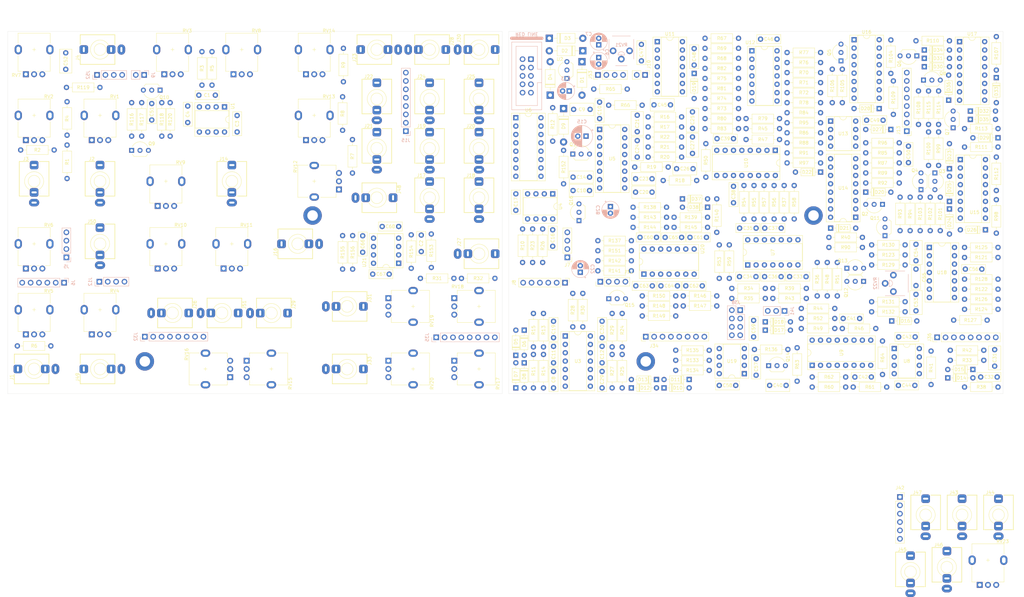
<source format=kicad_pcb>
(kicad_pcb (version 20211014) (generator pcbnew)
  (title_block (title "Strata Noise Machine") (date "2022-10-05") (rev "r01") (comment 2 "creativecommons.org/licenses/by/4.0") (comment 3 "License: CC BY 4.0") (comment 4 "Author: Guy John"))
  (layers (0 "F.Cu" signal) (31 "B.Cu" signal) (36 "B.SilkS" user "B.Silkscreen") (37 "F.SilkS" user "F.Silkscreen") (38 "B.Mask" user) (39 "F.Mask" user) (44 "Edge.Cuts" user))
  (net 0 "")
  (net 1 "Net-(C1-Pad1)")
  (net 2 "Net-(C1-Pad2)")
  (net 3 "Net-(C2-Pad1)")
  (net 4 "Net-(C2-Pad2)")
  (net 5 "VCC")
  (net 6 "GND")
  (net 7 "VEE")
  (net 8 "+5V")
  (net 9 "/Delay/DRY_AUDIO_SOURCE")
  (net 10 "Net-(C8-Pad2)")
  (net 11 "Net-(C9-Pad1)")
  (net 12 "Net-(C14-Pad2)")
  (net 13 "Net-(C15-Pad1)")
  (net 14 "Net-(C18-Pad2)")
  (net 15 "Net-(C19-Pad1)")
  (net 16 "Net-(C19-Pad2)")
  (net 17 "Net-(C20-Pad1)")
  (net 18 "Net-(C20-Pad2)")
  (net 19 "Net-(C21-Pad1)")
  (net 20 "Net-(C21-Pad2)")
  (net 21 "Net-(C22-Pad2)")
  (net 22 "Net-(C23-Pad1)")
  (net 23 "Net-(C23-Pad2)")
  (net 24 "Net-(C24-Pad1)")
  (net 25 "Net-(C24-Pad2)")
  (net 26 "Net-(C25-Pad2)")
  (net 27 "Net-(C26-Pad2)")
  (net 28 "Net-(C27-Pad2)")
  (net 29 "/Delay/DELAY_WET_SOURCE")
  (net 30 "/Delay/FEEDBACK_SOURCE")
  (net 31 "Net-(C29-Pad2)")
  (net 32 "Net-(C30-Pad1)")
  (net 33 "Net-(C30-Pad2)")
  (net 34 "Net-(C31-Pad2)")
  (net 35 "Net-(C32-Pad1)")
  (net 36 "Net-(C32-Pad2)")
  (net 37 "Net-(C33-Pad1)")
  (net 38 "Net-(C33-Pad2)")
  (net 39 "Net-(C35-Pad1)")
  (net 40 "Net-(C35-Pad2)")
  (net 41 "/Filter VCA/VCA_INPUT")
  (net 42 "Net-(C40-Pad2)")
  (net 43 "Net-(C45-Pad1)")
  (net 44 "Net-(C45-Pad2)")
  (net 45 "/Sub Dividers/RESET")
  (net 46 "Net-(C50-Pad2)")
  (net 47 "Net-(C51-Pad1)")
  (net 48 "Net-(C51-Pad2)")
  (net 49 "Net-(C52-Pad1)")
  (net 50 "/Noise/NOISE")
  (net 51 "/Filter CV/FREQ_CV_ATTV_TOP")
  (net 52 "Net-(C53-Pad2)")
  (net 53 "/VCA CV/VCA_CV_ATTV_TOP")
  (net 54 "Net-(C57-Pad2)")
  (net 55 "/Delay CV/TIME_CV_ATTV_TOP")
  (net 56 "Net-(C60-Pad2)")
  (net 57 "Net-(C61-Pad1)")
  (net 58 "Net-(C61-Pad2)")
  (net 59 "Net-(C62-Pad1)")
  (net 60 "Net-(C62-Pad2)")
  (net 61 "Net-(C63-Pad1)")
  (net 62 "Net-(C63-Pad2)")
  (net 63 "Net-(D2-Pad2)")
  (net 64 "Net-(D3-Pad1)")
  (net 65 "Net-(D5-Pad1)")
  (net 66 "Net-(D6-Pad2)")
  (net 67 "Net-(D10-Pad1)")
  (net 68 "Net-(D11-Pad2)")
  (net 69 "Net-(D15-Pad1)")
  (net 70 "Net-(D16-Pad2)")
  (net 71 "Net-(D17-Pad1)")
  (net 72 "Net-(D17-Pad2)")
  (net 73 "Net-(D18-Pad2)")
  (net 74 "Net-(D19-Pad1)")
  (net 75 "Net-(D20-Pad1)")
  (net 76 "Net-(D20-Pad2)")
  (net 77 "Net-(D21-Pad2)")
  (net 78 "Net-(D22-Pad1)")
  (net 79 "Net-(D22-Pad2)")
  (net 80 "Net-(D23-Pad1)")
  (net 81 "Net-(D24-Pad1)")
  (net 82 "Net-(D24-Pad2)")
  (net 83 "Net-(D25-Pad2)")
  (net 84 "Net-(D26-Pad2)")
  (net 85 "Net-(D27-Pad1)")
  (net 86 "Net-(D28-Pad2)")
  (net 87 "Net-(D29-Pad1)")
  (net 88 "Net-(D30-Pad1)")
  (net 89 "Net-(D30-Pad2)")
  (net 90 "Net-(D31-Pad2)")
  (net 91 "Net-(D32-Pad2)")
  (net 92 "Net-(D33-Pad2)")
  (net 93 "Net-(D34-Pad2)")
  (net 94 "Net-(D35-Pad1)")
  (net 95 "Net-(D37-Pad2)")
  (net 96 "Net-(J1-PadT)")
  (net 98 "Net-(J2-PadT)")
  (net 99 "Net-(J2-PadTN)")
  (net 100 "Net-(J3-PadT)")
  (net 101 "Net-(J3-PadTN)")
  (net 103 "Net-(J6-Pad1)")
  (net 104 "Net-(C54-Pad2)")
  (net 105 "Net-(J5-Pad3)")
  (net 106 "Net-(J6-Pad4)")
  (net 107 "Net-(RV4-Pad3)")
  (net 108 "Net-(RV4-Pad2)")
  (net 109 "/Delay/DELAY_WET_OUT")
  (net 110 "/Delay/DELAY_OSC")
  (net 111 "/Delay/AUDIO_OUT")
  (net 112 "/Delay/FEEDBACK_MIX")
  (net 113 "/Delay/DRY_AUDIO_MIX")
  (net 114 "/Delay/DELAY_WET_MIX")
  (net 115 "Net-(J9-Pad1)")
  (net 116 "/Main Divider/DIVISION")
  (net 117 "/Main Divider/CLOCK")
  (net 118 "/Delay CV/TIME")
  (net 119 "/Delay CV/TIME_CV_ATTV_MID")
  (net 120 "Net-(J12-Pad2)")
  (net 121 "Net-(J12-Pad3)")
  (net 122 "/Sub Dividers/DIV2")
  (net 123 "/Sub Dividers/DIV3")
  (net 124 "/Sub Dividers/DIV4")
  (net 125 "/Sub Dividers/DIV5")
  (net 126 "/Sub Dividers/DIV6")
  (net 127 "/Sub Dividers/DIV7")
  (net 128 "/Sub Dividers/DIV8")
  (net 129 "/Delay CV/TIME_CV")
  (net 130 "Net-(J15-Pad1)")
  (net 131 "Net-(J15-Pad2)")
  (net 132 "Net-(J15-Pad4)")
  (net 133 "Net-(J15-Pad6)")
  (net 134 "Net-(J15-Pad8)")
  (net 135 "Net-(J16-PadT)")
  (net 136 "Net-(J16-PadTN)")
  (net 141 "Net-(J21-PadT)")
  (net 142 "Net-(J22-PadT)")
  (net 143 "Net-(J23-PadT)")
  (net 147 "Net-(J29-PadT)")
  (net 149 "Net-(J31-PadT)")
  (net 150 "Net-(RV5-Pad2)")
  (net 151 "Net-(J33-PadT)")
  (net 152 "/Filter VCA/BANDPASS")
  (net 153 "/Filter VCA/PING")
  (net 154 "/Filter VCA/AUDIO_INPUT1")
  (net 155 "/Filter VCA/VCA_OUTPUT")
  (net 156 "/VCA CV/VCA_LEVEL")
  (net 157 "/VCA CV/VCA_CV_ATTV_BOTTOM")
  (net 158 "/Filter CV/RESONANCE")
  (net 159 "/Filter CV/RES_CV_ATTV_BOTTOM")
  (net 160 "/Filter CV/FREQUENCY")
  (net 161 "/Filter CV/FREQ_CV_ATTV_BOTTOM")
  (net 162 "/Filter CV/V{slash}OCT")
  (net 163 "/Filter VCA/HIGHPASS")
  (net 164 "/Filter VCA/LOWPASS")
  (net 165 "/Filter VCA/AUDIO_INPUT2")
  (net 167 "Net-(J42-Pad1)")
  (net 168 "Net-(J42-Pad2)")
  (net 169 "Net-(J42-Pad3)")
  (net 170 "Net-(J42-Pad4)")
  (net 171 "Net-(J42-Pad5)")
  (net 176 "Net-(J47-PadT)")
  (net 178 "/Delay CV/DELAY_CTRL")
  (net 179 "Net-(Q1-Pad3)")
  (net 180 "Net-(Q2-Pad1)")
  (net 181 "Net-(Q2-Pad2)")
  (net 182 "Net-(Q3-Pad1)")
  (net 183 "Net-(Q4-Pad1)")
  (net 184 "Net-(Q5-Pad1)")
  (net 185 "Net-(Q5-Pad2)")
  (net 186 "Net-(Q6-Pad1)")
  (net 187 "Net-(Q7-Pad1)")
  (net 188 "Net-(Q8-Pad1)")
  (net 190 "Net-(Q10-Pad1)")
  (net 191 "Net-(Q11-Pad1)")
  (net 192 "/Filter CV/I_RES")
  (net 193 "Net-(Q12-Pad1)")
  (net 194 "Net-(Q12-Pad2)")
  (net 195 "/Filter CV/I_FREQ")
  (net 196 "Net-(Q14-Pad1)")
  (net 197 "/Filter VCA/I_VCA")
  (net 198 "Net-(Q15-Pad1)")
  (net 199 "Net-(Q15-Pad2)")
  (net 200 "Net-(Q16-Pad3)")
  (net 201 "Net-(R1-Pad2)")
  (net 202 "Net-(R2-Pad2)")
  (net 203 "Net-(R3-Pad2)")
  (net 204 "Net-(R4-Pad2)")
  (net 205 "/Delay/AUDIO_IN")
  (net 206 "Net-(R26-Pad1)")
  (net 207 "Net-(R36-Pad1)")
  (net 208 "Net-(R37-Pad2)")
  (net 209 "Net-(R40-Pad2)")
  (net 210 "Net-(R49-Pad2)")
  (net 211 "Net-(R54-Pad1)")
  (net 212 "Net-(R56-Pad2)")
  (net 213 "Net-(R58-Pad2)")
  (net 214 "Net-(R60-Pad1)")
  (net 215 "Net-(R62-Pad2)")
  (net 216 "Net-(R67-Pad1)")
  (net 217 "Net-(R70-Pad1)")
  (net 218 "Net-(R70-Pad2)")
  (net 219 "Net-(R71-Pad1)")
  (net 220 "Net-(R71-Pad2)")
  (net 221 "Net-(R72-Pad1)")
  (net 222 "Net-(R72-Pad2)")
  (net 223 "Net-(R73-Pad1)")
  (net 224 "Net-(R73-Pad2)")
  (net 225 "Net-(R74-Pad1)")
  (net 226 "Net-(R74-Pad2)")
  (net 227 "Net-(R75-Pad1)")
  (net 228 "Net-(R75-Pad2)")
  (net 229 "/Main Divider/OUT")
  (net 230 "Net-(R83-Pad2)")
  (net 231 "/Sub Dividers/TRIG_REF")
  (net 232 "Net-(R88-Pad1)")
  (net 233 "Net-(R89-Pad1)")
  (net 234 "Net-(R121-Pad1)")
  (net 235 "Net-(R122-Pad1)")
  (net 236 "Net-(R131-Pad2)")
  (net 237 "Net-(R133-Pad1)")
  (net 238 "Net-(RV21-Pad1)")
  (net 239 "Net-(RV21-Pad2)")
  (net 240 "Net-(U4-Pad3)")
  (net 241 "Net-(U5-Pad5)")
  (net 298 "Net-(J12-Pad4)")
  (net 299 "/CV Mixer/CV_MIX_OUT")
  (net 300 "Net-(J26-PadTN)")
  (net 301 "/CV Mixer/CV_MIX_IN_1")
  (net 302 "/CV Mixer/CV_MIX_IN_2")
  (net 303 "/CV Mixer/CV_MIX_IN_3")
  (net 305 "Net-(R7-Pad1)")
  (net 306 "Net-(R8-Pad1)")
  (net 307 "Net-(R9-Pad1)")
  (net 308 "Net-(R154-Pad2)")
  (net 309 "Net-(R156-Pad2)")
  (net 312 "Net-(R45-Pad2)")
  (net 313 "Net-(R47-Pad2)")
  (net 314 "Net-(C34-Pad1)")
  (net 315 "Net-(R51-Pad2)")
  (net 316 "Net-(RV6-Pad3)")
  (net 319 "Net-(C34-Pad2)")
  (net 320 "Net-(J12-Pad1)")
  (net 321 "Net-(J51-PadT)")
  (net 322 "Net-(U11-Pad6)")
  (net 323 "Net-(J26-PadT)")
  (net 324 "Net-(J27-PadT)")
  (net 325 "Net-(J32-Pad5)")
  (net 326 "Net-(J32-Pad6)")
  (net 328 "Net-(J32-Pad7)")
  (net 329 "Net-(J35-Pad3)")
  (net 330 "Net-(J35-Pad4)")
  (net 331 "Net-(J35-Pad5)")
  (net 332 "Net-(J35-Pad8)")
  (net 333 "Net-(J35-Pad6)")
  (net 334 "Net-(J35-Pad7)")
  (net 335 "Net-(J35-Pad2)")
  (net 336 "/Filter CV/RES_CV_ATTV_TOP")
  (net 337 "Net-(J29-PadTN)")
  (net 339 "Net-(R63-Pad1)")
  (net 340 "Net-(R64-Pad2)")
  (net 341 "Net-(U11-Pad14)")
  (footprint "rumblesan-standard-parts:DIP-14_W7.62mm_Socket" (layer "F.Cu") (at 311.658 100.076)
    (fp_text reference "U18")
    (fp_text value "TL074")
  )
  (footprint "rumblesan-standard-parts:D_DO-35_SOD27_P7.62mm_Horizontal" (layer "F.Cu") (at 328.676 94.742 180)
    (fp_text reference "D26")
    (fp_text value "1n4148")
  )
  (footprint "rumblesan-standard-parts:C_Rect_L7.0mm_W3.5mm_P5.00mm" (layer "F.Cu") (at 49.6 46 90)
    (fp_text reference "C52")
    (fp_text value "47nF")
  )
  (footprint "rumblesan-standard-parts:R_Axial_DIN0207_L6.3mm_D2.5mm_P10.16mm_Horizontal" (layer "F.Cu") (at 224.5 56.9 180)
    (fp_text reference "R66")
    (fp_text value "1k")
  )
  (footprint "rumblesan-standard-parts:D_DO-35_SOD27_P7.62mm_Horizontal" (layer "F.Cu") (at 310.134 42.672)
    (fp_text reference "D31")
    (fp_text value "1n4148")
  )
  (footprint "rumblesan-standard-parts:R_Axial_DIN0207_L6.3mm_D2.5mm_P10.16mm_Horizontal" (layer "F.Cu") (at 50 69 -90)
    (fp_text reference "R1")
    (fp_text value "100k")
  )
  (footprint "rumblesan-standard-parts:DIP-14_W7.62mm_Socket" (layer "F.Cu") (at 201.178 126.995)
    (fp_text reference "U3")
    (fp_text value "TL074")
  )
  (footprint "rumblesan-standard-parts:R_Axial_DIN0207_L6.3mm_D2.5mm_P10.16mm_Horizontal" (layer "F.Cu") (at 261.874 112.522 180)
    (fp_text reference "R34")
    (fp_text value "100k")
  )
  (footprint "rumblesan-standard-parts:TO-92_Inline_Wide" (layer "F.Cu") (at 284.84 43.434 90)
    (fp_text reference "Q5")
    (fp_text value "2N3904")
  )
  (footprint "rumblesan-standard-parts:Potentiometer_Alpha_RD901F-40-00D_Single_Vertical" (layer "F.Cu") (at 40 60)
    (fp_text reference "RV2")
    (fp_text value "100k" hide)
  )
  (footprint "rumblesan-standard-parts:R_Axial_DIN0207_L6.3mm_D2.5mm_P10.16mm_Horizontal" (layer "F.Cu") (at 267.589 91.44 90)
    (fp_text reference "R37")
    (fp_text value "100k")
  )
  (footprint "rumblesan-standard-parts:R_Axial_DIN0207_L6.3mm_D2.5mm_P10.16mm_Horizontal" (layer "F.Cu") (at 314.96 84.836 -90)
    (fp_text reference "R101")
    (fp_text value "100k")
  )
  (footprint "rumblesan-standard-parts:Potentiometer_Alpha_RD901F-40-00D_Single_Vertical" (layer "F.Cu") (at 100 99)
    (fp_text reference "RV11")
    (fp_text value "100k" hide)
  )
  (footprint "rumblesan-standard-parts:R_Axial_DIN0207_L6.3mm_D2.5mm_P10.16mm_Horizontal" (layer "F.Cu") (at 200.66 80.772 90)
    (fp_text reference "R152")
    (fp_text value "470")
  )
  (footprint "rumblesan-standard-parts:R_Axial_DIN0207_L6.3mm_D2.5mm_P10.16mm_Horizontal" (layer "F.Cu") (at 179.832 109.474 180)
    (fp_text reference "R32")
    (fp_text value "1k")
  )
  (footprint "rumblesan-standard-parts:R_Axial_DIN0207_L6.3mm_D2.5mm_P10.16mm_Horizontal" (layer "F.Cu") (at 255.397 81.28 -90)
    (fp_text reference "R54")
    (fp_text value "100k")
  )
  (footprint "rumblesan-standard-parts:R_Axial_DIN0207_L6.3mm_D2.5mm_P10.16mm_Horizontal" (layer "F.Cu") (at 299.974 37.084 -90)
    (fp_text reference "R104")
    (fp_text value "100k")
  )
  (footprint "rumblesan-standard-parts:MountingHole_3.2mm_M3_DIN965_Pad" (layer "F.Cu") (at 276.5 90.4)
    (fp_text reference "H4" hide)
    (fp_text value "MountingHole_Pad" hide)
  )
  (footprint "rumblesan-standard-parts:R_Axial_DIN0207_L6.3mm_D2.5mm_P10.16mm_Horizontal" (layer "F.Cu") (at 332.486 115.824 180)
    (fp_text reference "R126")
    (fp_text value "100k")
  )
  (footprint "rumblesan-standard-parts:D_DO-41_SOD81_P10.16mm_Horizontal" (layer "F.Cu") (at 196.342 36.576)
    (fp_text reference "D3")
    (fp_text value "1N5818")
  )
  (footprint "rumblesan-standard-parts:DIP-16_W7.62mm_Socket" (layer "F.Cu") (at 288.808 37)
    (fp_text reference "U16")
    (fp_text value "4017")
  )
  (footprint "rumblesan-standard-parts:Jack_3.5mm_QingPu_WQP-PJ398SM_Vertical" (layer "F.Cu") (at 82 120 -90)
    (fp_text reference "J26")
    (fp_text value "Eurorack Mono Jack")
  )
  (footprint "rumblesan-standard-parts:C_Rect_L7.0mm_W2.5mm_P5.00mm" (layer "F.Cu") (at 261.66 108.966)
    (fp_text reference "C36")
    (fp_text value "100nF")
  )
  (footprint "rumblesan-standard-parts:Potentiometer_Alpha_RD901F-40-00D_Single_Vertical" (layer "F.Cu") (at 80 80)
    (fp_text reference "RV9")
    (fp_text value "100k" hide)
  )
  (footprint "rumblesan-standard-parts:D_DO-35_SOD27_P7.62mm_Horizontal" (layer "F.Cu") (at 324.104 61.214)
    (fp_text reference "D35")
    (fp_text value "1n4148")
  )
  (footprint "rumblesan-standard-parts:DIP-16_W7.62mm_Socket" (layer "F.Cu") (at 276.088 135.88 90)
    (fp_text reference "U9")
    (fp_text value "LM13700")
  )
  (footprint "rumblesan-standard-parts:R_Axial_DIN0207_L6.3mm_D2.5mm_P10.16mm_Horizontal" (layer "F.Cu") (at 268.478 43.942)
    (fp_text reference "R76")
    (fp_text value "100k")
  )
  (footprint "rumblesan-standard-parts:R_Axial_DIN0207_L6.3mm_D2.5mm_P10.16mm_Horizontal" (layer "F.Cu") (at 46.08 70.5 180)
    (fp_text reference "R2")
    (fp_text value "100k")
  )
  (footprint "rumblesan-standard-parts:R_Axial_DIN0207_L6.3mm_D2.5mm_P10.16mm_Horizontal" (layer "F.Cu") (at 297.434 128.524 -90)
    (fp_text reference "R64")
    (fp_text value "22k")
  )
  (footprint "rumblesan-standard-parts:R_Axial_DIN0207_L6.3mm_D2.5mm_P10.16mm_Horizontal" (layer "F.Cu") (at 234.696 137.414)
    (fp_text reference "R134")
    (fp_text value "20k")
  )
  (footprint "rumblesan-standard-parts:R_Axial_DIN0207_L6.3mm_D2.5mm_P10.16mm_Horizontal" (layer "F.Cu") (at 133.604 96.52 -90)
    (fp_text reference "R155")
    (fp_text value "100k")
  )
  (footprint "rumblesan-standard-parts:R_Axial_DIN0207_L6.3mm_D2.5mm_P10.16mm_Horizontal" (layer "F.Cu") (at 292.354 68.326)
    (fp_text reference "R96")
    (fp_text value "4m7")
  )
  (footprint "rumblesan-standard-parts:R_Axial_DIN0207_L6.3mm_D2.5mm_P10.16mm_Horizontal" (layer "F.Cu") (at 154.432 96.266 -90)
    (fp_text reference "R154")
    (fp_text value "330r")
  )
  (footprint "rumblesan-standard-parts:R_Axial_DIN0207_L6.3mm_D2.5mm_P10.16mm_Horizontal" (layer "F.Cu") (at 226.314 66.548)
    (fp_text reference "R22")
    (fp_text value "2k7")
  )
  (footprint "Connector_PinHeader_2.54mm:PinHeader_1x04_P2.54mm_Vertical" (layer "F.Cu") (at 211.1 47.7 90)
    (fp_text reference "J53")
    (fp_text value "Conn_01x04_Male")
  )
  (footprint "rumblesan-standard-parts:TO-92_Inline_Wide" (layer "F.Cu") (at 262.89 135.996)
    (fp_text reference "Q14")
    (fp_text value "2N3906")
  )
  (footprint "rumblesan-standard-parts:R_Axial_DIN0207_L6.3mm_D2.5mm_P10.16mm_Horizontal" (layer "F.Cu") (at 203.454 124.206 90)
    (fp_text reference "R28")
    (fp_text value "10k")
  )
  (footprint "rumblesan-standard-parts:R_Axial_DIN0207_L6.3mm_D2.5mm_P10.16mm_Horizontal" (layer "F.Cu") (at 244.348 90.932 180)
    (fp_text reference "R139")
    (fp_text value "10k")
  )
  (footprint "rumblesan-standard-parts:C_Rect_L7.0mm_W3.5mm_P5.00mm" (layer "F.Cu") (at 203.534 78.74)
    (fp_text reference "C14")
    (fp_text value "100nF")
  )
  (footprint "rumblesan-standard-parts:D_DO-35_SOD27_P7.62mm_Horizontal" (layer "F.Cu") (at 261.874 122.682)
    (fp_text reference "D18")
    (fp_text value "4v7")
  )
  (footprint "rumblesan-standard-parts:TO-92_Inline_Wide" (layer "F.Cu") (at 201.676 48.768 90)
    (fp_text reference "U2")
    (fp_text value "L78L05_TO92")
  )
  (footprint "rumblesan-standard-parts:C_Rect_L7.0mm_W2.5mm_P5.00mm" (layer "F.Cu") (at 212.344 142.748 90)
    (fp_text reference "C29")
    (fp_text value "10pF")
  )
  (footprint "rumblesan-standard-parts:DIP-16_W7.62mm_Socket" (layer "F.Cu") (at 211.592 64.252)
    (fp_text reference "U5")
    (fp_text value "PT2399")
  )
  (footprint "rumblesan-standard-parts:R_Axial_DIN0207_L6.3mm_D2.5mm_P10.16mm_Horizontal" (layer "F.Cu") (at 243.586 48.768)
    (fp_text reference "R75")
    (fp_text value "200k")
  )
  (footprint "rumblesan-standard-parts:D_DO-35_SOD27_P7.62mm_Horizontal" (layer "F.Cu") (at 186.182 132.842 90)
    (fp_text reference "D5")
    (fp_text value "1N4148")
  )
  (footprint "rumblesan-standard-parts:R_Axial_DIN0207_L6.3mm_D2.5mm_P10.16mm_Horizontal" (layer "F.Cu") (at 283.718 104.648 -90)
    (fp_text reference "R51")
    (fp_text value "22k")
  )
  (footprint "rumblesan-standard-parts:C_Rect_L7.0mm_W2.5mm_P5.00mm" (layer "F.Cu") (at 247.222 67.056)
    (fp_text reference "C39")
    (fp_text value "100nF")
  )
  (footprint "rumblesan-standard-parts:R_Axial_DIN0207_L6.3mm_D2.5mm_P10.16mm_Horizontal" (layer "F.Cu") (at 188.214 94.488 -90)
    (fp_text reference "R10")
    (fp_text value "100k")
  )
  (footprint "rumblesan-standard-parts:R_Axial_DIN0207_L6.3mm_D2.5mm_P10.16mm_Horizontal" (layer "F.Cu") (at 304.292 119.634 180)
    (fp_text reference "R132")
    (fp_text value "100k")
  )
  (footprint "rumblesan-standard-parts:MountingHole_3.2mm_M3_DIN965_Pad" (layer "F.Cu") (at 124.5 90.4)
    (fp_text reference "H2" hide)
    (fp_text value "MountingHole_Pad" hide)
  )
  (footprint "rumblesan-standard-parts:D_DO-35_SOD27_P7.62mm_Horizontal" (layer "F.Cu") (at 238.76 140.208 180)
    (fp_text reference "D11")
    (fp_text value "1N4148")
  )
  (footprint "rumblesan-standard-parts:R_Axial_DIN0207_L6.3mm_D2.5mm_P10.16mm_Horizontal" (layer "F.Cu") (at 277.622 104.648 -90)
    (fp_text reference "R36")
    (fp_text value "100k")
  )
  (footprint "rumblesan-standard-parts:C_Rect_L7.0mm_W3.5mm_P5.00mm" (layer "F.Cu") (at 223.012 67.644 -90)
    (fp_text reference "C24")
    (fp_text value "560pF")
  )
  (footprint "rumblesan-standard-parts:R_Axial_DIN0207_L6.3mm_D2.5mm_P10.16mm_Horizontal" (layer "F.Cu") (at 194.564 142.748 90)
    (fp_text reference "R14")
    (fp_text value "100k")
  )
  (footprint "rumblesan-standard-parts:TO-92_Inline_Wide" (layer "F.Cu") (at 214.376 115.676)
    (fp_text reference "Q15")
    (fp_text value "2N3904")
  )
  (footprint "rumblesan-standard-parts:C_Rect_L7.0mm_W2.5mm_P5.00mm" (layer "F.Cu") (at 212.344 130.128 -90)
    (fp_text reference "C12")
    (fp_text value "100nF")
  )
  (footprint "rumblesan-standard-parts:D_DO-35_SOD27_P7.62mm_Horizontal" (layer "F.Cu") (at 236.728 85.344)
    (fp_text reference "D37")
    (fp_text value "1n4148")
  )
  (footprint "rumblesan-standard-parts:DIP-16_W7.62mm_Socket" (layer "F.Cu") (at 321.056 73.406)
    (fp_text reference "U15")
    (fp_text value "4017")
  )
  (footprint "rumblesan-standard-parts:R_Axial_DIN0207_L6.3mm_D2.5mm_P10.16mm_Horizontal" (layer "F.Cu") (at 236.982 117.856)
    (fp_text reference "R147")
    (fp_text value "220k")
  )
  (footprint "rumblesan-standard-parts:R_Axial_DIN0207_L6.3mm_D2.5mm_P10.16mm_Horizontal" (layer "F.Cu") (at 322.326 64.008)
    (fp_text reference "R113")
    (fp_text value "100k")
  )
  (footprint "rumblesan-standard-parts:R_Axial_DIN0207_L6.3mm_D2.5mm_P10.16mm_Horizontal" (layer "F.Cu") (at 243.586 36.576)
    (fp_text reference "R67")
    (fp_text value "100k")
  )
  (footprint "rumblesan-standard-parts:Jack_3.5mm_QingPu_WQP-PJ398SM_Vertical" (layer "F.Cu") (at 160 70)
    (fp_text reference "J19")
    (fp_text value "Eurorack Mono Jack")
  )
  (footprint "rumblesan-standard-parts:R_Axial_DIN0207_L6.3mm_D2.5mm_P10.16mm_Horizontal" (layer "F.Cu") (at 274.32 112.522 180)
    (fp_text reference "R39")
    (fp_text value "100k")
  )
  (footprint "rumblesan-standard-parts:R_Axial_DIN0207_L6.3mm_D2.5mm_P10.16mm_Horizontal" (layer "F.Cu") (at 218.44 120.142 -90)
    (fp_text reference "R24")
    (fp_text value "47k")
  )
  (footprint "rumblesan-standard-parts:TO-92_Inline_Wide" (layer "F.Cu") (at 286.62 106.4)
    (fp_text reference "Q13")
    (fp_text value "2N3906")
  )
  (footprint "rumblesan-standard-parts:R_Axial_DIN0207_L6.3mm_D2.5mm_P10.16mm_Horizontal" (layer "F.Cu") (at 197.358 67.818 90)
    (fp_text reference "R12")
    (fp_text value "560k")
  )
  (footprint "rumblesan-standard-parts:C_Rect_L7.0mm_W2.5mm_P5.00mm" (layer "F.Cu") (at 258.318 122.254 -90)
    (fp_text reference "C59")
    (fp_text value "100nF")
  )
  (footprint "rumblesan-standard-parts:D_DO-35_SOD27_P7.62mm_Horizontal" (layer "F.Cu") (at 299.974 64.262 180)
    (fp_text reference "D27")
    (fp_text value "1n4148")
  )
  (footprint "rumblesan-standard-parts:DIP-16_W7.62mm_Socket" (layer "F.Cu") (at 320.812 37.592)
    (fp_text reference "U17")
    (fp_text value "4017")
  )
  (footprint "rumblesan-standard-parts:Jack_3.5mm_QingPu_WQP-PJ398SM_Vertical" (layer "F.Cu") (at 60 80)
    (fp_text reference "J2")
    (fp_text value "Eurorack Mono Jack")
  )
  (footprint "rumblesan-standard-parts:R_Axial_DIN0207_L6.3mm_D2.5mm_P10.16mm_Horizontal" (layer "F.Cu") (at 49.82 51.5)
    (fp_text reference "R119")
    (fp_text value "10k")
  )
  (footprint "rumblesan-standard-parts:R_Axial_DIN0207_L6.3mm_D2.5mm_P10.16mm_Horizontal" (layer "F.Cu") (at 231.902 93.98 180)
    (fp_text reference "R144")
    (fp_text value "220k")
  )
  (footprint "rumblesan-standard-parts:C_Rect_L7.0mm_W2.5mm_P5.00mm" (layer "F.Cu") (at 252.222 81.534 -90)
    (fp_text reference "C38")
    (fp_text value "100nF")
  )
  (footprint "rumblesan-standard-parts:D_DO-35_SOD27_P7.62mm_Horizontal" (layer "F.Cu") (at 310.134 45.212)
    (fp_text reference "D30")
    (fp_text value "1n4148")
  )
  (footprint "rumblesan-standard-parts:D_DO-35_SOD27_P7.62mm_Horizontal" (layer "F.Cu") (at 317.754 76.2 90)
    (fp_text reference "D23")
    (fp_text value "1n4148")
  )
  (footprint "rumblesan-standard-parts:R_Axial_DIN0207_L6.3mm_D2.5mm_P10.16mm_Horizontal" (layer "F.Cu") (at 268.732 131.064 180)
    (fp_text reference "R136")
    (fp_text value "20k")
  )
  (footprint "rumblesan-standard-parts:R_Axial_DIN0207_L6.3mm_D2.5mm_P10.16mm_Horizontal" (layer "F.Cu") (at 191.516 132.588 -90)
    (fp_text reference "R11")
    (fp_text value "33k")
  )
  (footprint "rumblesan-standard-parts:C_Rect_L7.0mm_W2.5mm_P5.00mm" (layer "F.Cu") (at 89.996 53.848)
    (fp_text reference "C1")
    (fp_text value "22pF")
  )
  (footprint "rumblesan-standard-parts:C_Rect_L7.0mm_W3.5mm_P5.00mm" (layer "F.Cu") (at 263.184 141.986)
    (fp_text reference "C40")
    (fp_text value "470nF")
  )
  (footprint "rumblesan-standard-parts:D_DO-35_SOD27_P7.62mm_Horizontal" (layer "F.Cu") (at 244.348 87.884 180)
    (fp_text reference "D38")
    (fp_text value "1n4148")
  )
  (footprint "rumblesan-standard-parts:R_Axial_DIN0207_L6.3mm_D2.5mm_P10.16mm_Horizontal" (layer "F.Cu") (at 211.074 107.188)
    (fp_text reference "R141")
    (fp_text value "47k")
  )
  (footprint "rumblesan-standard-parts:TO-92_Inline_Wide" (layer "F.Cu") (at 78.232 52.324 180)
    (fp_text reference "Q10")
    (fp_text value "2N3904")
  )
  (footprint "rumblesan-standard-parts:R_Axial_DIN0207_L6.3mm_D2.5mm_P10.16mm_Horizontal" (layer "F.Cu") (at 230.886 79.756)
    (fp_text reference "R18")
    (fp_text value "10k")
  )
  (footprint "rumblesan-standard-parts:Jack_3.5mm_QingPu_WQP-PJ398SM_Vertical" (layer "F.Cu") (at 175 55)
    (fp_text reference "J25")
    (fp_text value "Eurorack Mono Jack")
  )
  (footprint "rumblesan-standard-parts:C_Rect_L7.0mm_W2.5mm_P5.00mm" (layer "F.Cu") (at 235.204 111.76 180)
    (fp_text reference "C64")
    (fp_text value "100nF")
  )
  (footprint "rumblesan-standard-parts:R_Axial_DIN0207_L6.3mm_D2.5mm_P10.16mm_Horizontal" (layer "F.Cu") (at 331.978 46.228 90)
    (fp_text reference "R107")
    (fp_text value "100k")
  )
  (footprint "rumblesan-standard-parts:R_Axial_DIN0207_L6.3mm_D2.5mm_P10.16mm_Horizontal" (layer "F.Cu") (at 308.864 84.836 -90)
    (fp_text reference "R103")
    (fp_text value "1k")
  )
  (footprint "rumblesan-standard-parts:R_Axial_DIN0207_L6.3mm_D2.5mm_P10.16mm_Horizontal" (layer "F.Cu") (at 226.314 60.452)
    (fp_text reference "R16")
    (fp_text value "10k")
  )
  (footprint "rumblesan-standard-parts:Jack_3.5mm_QingPu_WQP-PJ398SM_Vertical" (layer "F.Cu") (at 160 55)
    (fp_text reference "J24")
    (fp_text value "Eurorack Mono Jack")
  )
  (footprint "rumblesan-standard-parts:R_Axial_DIN0207_L6.3mm_D2.5mm_P10.16mm_Horizontal" (layer "F.Cu") (at 272.796 124.714)
    (fp_text reference "R49")
    (fp_text value "220r")
  )
  (footprint "rumblesan-standard-parts:Jack_3.5mm_QingPu_WQP-PJ398SM_Vertical" (layer "F.Cu") (at 144 85 -90)
    (fp_text reference "J48")
    (fp_text value "Eurorack Mono Jack")
  )
  (footprint "rumblesan-standard-parts:DIP-14_W7.62mm_Socket" (layer "F.Cu") (at 229.108 37.592)
    (fp_text reference "U11")
    (fp_text value "TL074")
  )
  (footprint "rumblesan-standard-parts:Jack_3.5mm_QingPu_WQP-PJ398SM_Vertical" (layer "F.Cu") (at 144 55)
    (fp_text reference "J22")
    (fp_text value "Eurorack Mono Jack")
  )
  (footprint "rumblesan-standard-parts:TO-92_Inline_Wide" (layer "F.Cu") (at 309.118 82.55 90)
    (fp_text reference "Q4")
    (fp_text value "2N3904")
  )
  (footprint "rumblesan-standard-parts:D_DO-41_SOD81_P10.16mm_Horizontal" (layer "F.Cu") (at 196.596 53.848 90)
    (fp_text reference "D4")
    (fp_text value "1N5818")
  )
  (footprint "rumblesan-standard-parts:R_Axial_DIN0207_L6.3mm_D2.5mm_P10.16mm_Horizontal" (layer "F.Cu") (at 72.644 66.294 90)
    (fp_text reference "R117")
    (fp_text value "1m")
  )
  (footprint "rumblesan-standard-parts:C_Rect_L7.0mm_W2.5mm_P5.00mm" (layer "F.Cu") (at 247.904 141.986)
    (fp_text reference "C58")
    (fp_text value "100nF")
  )
  (footprint "rumblesan-standard-parts:DIP-16_W7.62mm_Socket" (layer "F.Cu") (at 264.922 70.612 -90)
    (fp_text reference "U10")
    (fp_text value "LM13700")
  )
  (footprint "rumblesan-standard-parts:TO-92_Inline_Wide" (layer "F.Cu") (at 297.434 87.016 180)
    (fp_text reference "Q2")
    (fp_text value "2N3904")
  )
  (footprint "rumblesan-standard-parts:R_Axial_DIN0207_L6.3mm_D2.5mm_P10.16mm_Horizontal" (layer "F.Cu") (at 332.486 100.076 180)
    (fp_text reference "R125")
    (fp_text value "20k")
  )
  (footprint "rumblesan-standard-parts:DIP-8_W7.62mm_Socket" (layer "F.Cu") (at 300.99 130.81)
    (fp_text reference "U8")
    (fp_text value "TL072")
  )
  (footprint "rumblesan-standard-parts:Jack_3.5mm_QingPu_WQP-PJ398SM_Vertical" (layer "F.Cu") (at 160 85)
    (fp_text reference "J17")
    (fp_text value "Eurorack Mono Jack")
  )
  (footprint "rumblesan-standard-parts:Potentiometer_Alpha_RD901F-40-00D_Single_Vertical" (layer "F.Cu") (at 155 137 -90)
    (fp_text reference "RV20")
    (fp_text value "100k" hide)
  )
  (footprint "rumblesan-standard-parts:Jack_3.5mm_QingPu_WQP-PJ398SM_Vertical" (layer "F.Cu") (at 135 137 -90)
    (fp_text reference "J33")
    (fp_text value "Eurorack Mono Jack")
  )
  (footprint "rumblesan-standard-parts:Jack_3.5mm_QingPu_WQP-PJ398SM_Vertical" (layer "F.Cu") (at 60 137 90)
    (fp_text reference "J49")
    (fp_text value "Eurorack Mono Jack")
  )
  (footprint "rumblesan-standard-parts:R_Axial_DIN0207_L6.3mm_D2.5mm_P10.16mm_Horizontal" (layer "F.Cu") (at 211.074 98.044)
    (fp_text reference "R137")
    (fp_text value "100k")
  )
  (footprint "rumblesan-standard-parts:R_Axial_DIN0207_L6.3mm_D2.5mm_P10.16mm_Horizontal" (layer "F.Cu") (at 328.168 134.366 180)
    (fp_text reference "R33")
    (fp_text value "150k")
  )
  (footprint "rumblesan-standard-parts:R_Axial_DIN0207_L6.3mm_D2.5mm_P10.16mm_Horizontal" (layer "F.Cu") (at 266.192 60.96 180)
    (fp_text reference "R79")
    (fp_text value "100k")
  )
  (footprint "rumblesan-standard-parts:R_Axial_DIN0207_L6.3mm_D2.5mm_P10.16mm_Horizontal" (layer "F.Cu") (at 78.74 66.294 90)
    (fp_text reference "R118")
    (fp_text value "100k")
  )
  (footprint "rumblesan-standard-parts:TO-92_Inline_Wide" (layer "F.Cu") (at 205.338 91.948 90)
    (fp_text reference "Q16")
    (fp_text value "2N3904")
  )
  (footprint "Connector_PinSocket_2.54mm:PinSocket_1x06_P2.54mm_Vertical" (layer "F.Cu") (at 302.728 175.872)
    (fp_text reference "J42")
    (fp_text value "Conn_01x06_Female")
  )
  (footprint "rumblesan-standard-parts:R_Axial_DIN0207_L6.3mm_D2.5mm_P10.16mm_Horizontal" (layer "F.Cu") (at 258.445 91.44 90)
    (fp_text reference "R55")
    (fp_text value "220r")
  )
  (footprint "rumblesan-standard-parts:D_DO-35_SOD27_P7.62mm_Horizontal" (layer "F.Cu") (at 300.228 122.428)
    (fp_text reference "D16")
    (fp_text value "1n4148")
  )
  (footprint "rumblesan-standard-parts:R_Axial_DIN0207_L6.3mm_D2.5mm_P10.16mm_Horizontal" (layer "F.Cu") (at 302.768 94.996 90)
    (fp_text reference "R93")
    (fp_text value "1k8")
  )
  (footprint "rumblesan-standard-parts:R_Axial_DIN0207_L6.3mm_D2.5mm_P10.16mm_Horizontal" (layer "F.Cu") (at 285.242 45.974 -90)
    (fp_text reference "R105")
    (fp_text value "1k8")
  )
  (footprint "rumblesan-standard-parts:R_Axial_DIN0207_L6.3mm_D2.5mm_P10.16mm_Horizontal" (layer "F.Cu") (at 331.978 85.598 -90)
    (fp_text reference "R98")
    (fp_text value "100k")
  )
  (footprint "rumblesan-standard-parts:Potentiometer_Alpha_RD901F-40-00D_Single_Vertical" (layer "F.Cu") (at 82 40)
    (fp_text reference "RV3")
    (fp_text value "100k" hide)
  )
  (footprint "rumblesan-standard-parts:TO-92_Inline_Wide" (layer "F.Cu") (at 203.454 71.734)
    (fp_text reference "Q1")
    (fp_text value "2N3904")
  )
  (footprint "rumblesan-standard-parts:D_DO-35_SOD27_P7.62mm_Horizontal" (layer "F.Cu") (at 324.866 137.16 180)
    (fp_text reference "D15")
    (fp_text value "1n4148")
  )
  (footprint "rumblesan-standard-parts:R_Axial_DIN0207_L6.3mm_D2.5mm_P10.16mm_Horizontal" (layer "F.Cu") (at 292.354 77.47)
    (fp_text reference "R89")
    (fp_text value "10k")
  )
  (footprint "rumblesan-standard-parts:R_Axial_DIN0207_L6.3mm_D2.5mm_P10.16mm_Horizontal" (layer "F.Cu") (at 243.84 68.58 -90)
    (fp_text reference "R50")
    (fp_text value "100k")
  )
  (footprint "rumblesan-standard-parts:D_DO-35_SOD27_P7.62mm_Horizontal" (layer "F.Cu") (at 292.354 83.312)
    (fp_text reference "D20")
    (fp_text value "1n4148")
  )
  (footprint "rumblesan-standard-parts:R_Axial_DIN0207_L6.3mm_D2.5mm_P10.16mm_Horizontal" (layer "F.Cu") (at 90.932 40.64 -90)
    (fp_text reference "R3")
    (fp_text value "100k")
  )
  (footprint "rumblesan-standard-parts:R_Axial_DIN0207_L6.3mm_D2.5mm_P10.16mm_Horizontal" (layer "F.Cu") (at 298.704 142.494 180)
    (fp_text reference "R61")
    (fp_text value "220r")
  )
  (footprint "rumblesan-standard-parts:R_Axial_DIN0207_L6.3mm_D2.5mm_P10.16mm_Horizontal" (layer "F.Cu") (at 278.638 53.086 180)
    (fp_text reference "R72")
    (fp_text value "200k")
  )
  (footprint "rumblesan-standard-parts:TO-92_Inline_Wide" (layer "F.Cu") (at 313.33 77.47 -90)
    (fp_text reference "Q3")
    (fp_text value "2N3904")
  )
  (footprint "Connector_PinHeader_2.54mm:PinHeader_1x06_P2.54mm_Vertical" (layer "F.Cu") (at 201.1 110.8 -90)
    (fp_text reference "J8")
    (fp_text value "Conn_01x06_Male")
  )
  (footprint "rumblesan-standard-parts:Potentiometer_Alpha_RD901F-40-00D_Single_Vertical" (layer "F.Cu") (at 60 60)
    (fp_text reference "RV1")
    (fp_text value "100k" hide)
  )
  (footprint "rumblesan-standard-parts:C_Rect_L7.0mm_W2.5mm_P5.00mm" (layer "F.Cu") (at 197.612 142.748 90)
    (fp_text reference "C8")
    (fp_text value "10pF")
  )
  (footprint "rumblesan-standard-parts:C_Rect_L7.0mm_W2.5mm_P5.00mm" (layer "F.Cu") (at 240.284 39.704 -90)
    (fp_text reference "C48")
    (fp_text value "100nF")
  )
  (footprint "rumblesan-standard-parts:D_DO-35_SOD27_P7.62mm_Horizontal" (layer "F.Cu") (at 186.182 142.748 90)
    (fp_text reference "D7")
    (fp_text value "1N4148")
  )
  (footprint "rumblesan-standard-parts:C_Rect_L7.0mm_W2.5mm_P5.00mm" (layer "F.Cu") (at 223.854 97.028)
    (fp_text reference "C60")
    (fp_text value "10pF")
  )
  (footprint "rumblesan-standard-parts:R_Axial_DIN0207_L6.3mm_D2.5mm_P10.16mm_Horizontal" (layer "F.Cu") (at 226.314 69.596)
    (fp_text reference "R21")
    (fp_text value "10k")
  )
  (footprint "rumblesan-standard-parts:R_Axial_DIN0207_L6.3mm_D2.5mm_P10.16mm_Horizontal" (layer "F.Cu") (at 218.44 132.588 -90)
    (fp_text reference "R25")
    (fp_text value "100k")
  )
  (footprint "rumblesan-standard-parts:D_DO-35_SOD27_P7.62mm_Horizontal" (layer "F.Cu") (at 228.854 140.208 180)
    (fp_text reference "D13")
    (fp_text value "1N4148")
  )
  (footprint "rumblesan-standard-parts:R_Axial_DIN0207_L6.3mm_D2.5mm_P10.16mm_Horizontal" (layer "F.Cu") (at 247.142 85.344 -90)
    (fp_text reference "R140")
    (fp_text value "1k")
  )
  (footprint "rumblesan-standard-parts:Jack_3.5mm_QingPu_WQP-PJ398SM_Vertical" (layer "F.Cu") (at 40 80)
    (fp_text reference "J3")
    (fp_text value "Eurorack Mono Jack")
  )
  (footprint "rumblesan-standard-parts:R_Axial_DIN0207_L6.3mm_D2.5mm_P10.16mm_Horizontal" (layer "F.Cu") (at 261.493 91.44 90)
    (fp_text reference "R57")
    (fp_text value "100k")
  )
  (footprint "rumblesan-standard-parts:D_DO-41_SOD81_P10.16mm_Horizontal" (layer "F.Cu") (at 206.248 43.688 -90)
    (fp_text reference "D1")
    (fp_text value "1N4001")
  )
  (footprint "rumblesan-standard-parts:TO-92_Inline_Wide" (layer "F.Cu") (at 309.88 49.276)
    (fp_text reference "Q8")
    (fp_text value "2N3904")
  )
  (footprint "rumblesan-standard-parts:D_DO-35_SOD27_P7.62mm_Horizontal" (layer "F.Cu") (at 317.5 55.372 90)
    (fp_text reference "D36")
    (fp_text value "1n4148")
  )
  (footprint "rumblesan-standard-parts:R_Axial_DIN0207_L6.3mm_D2.5mm_P10.16mm_Horizontal" (layer "F.Cu") (at 234.696 117.856 180)
    (fp_text reference "R148")
    (fp_text value "2k2")
  )
  (footprint "rumblesan-standard-parts:R_Axial_DIN0207_L6.3mm_D2.5mm_P10.16mm_Horizontal" (layer "F.Cu") (at 81.28 66.294 90)
    (fp_text reference "R120")
    (fp_text value "1k")
  )
  (footprint "rumblesan-standard-parts:Jack_3.5mm_QingPu_WQP-PJ398SM_Vertical" (layer "F.Cu") (at 120 99 90)
    (fp_text reference "J16")
    (fp_text value "Eurorack Mono Jack")
  )
  (footprint "rumblesan-standard-parts:Potentiometer_Alpha_RD901F-40-00D_Single_Vertical" (layer "F.Cu") (at 40 99)
    (fp_text reference "RV6")
    (fp_text value "100k" hide)
  )
  (footprint "rumblesan-standard-parts:R_Axial_DIN0207_L6.3mm_D2.5mm_P10.16mm_Horizontal" (layer "F.Cu") (at 215.392 142.748 90)
    (fp_text reference "R27")
    (fp_text value "10k")
  )
  (footprint "rumblesan-standard-parts:Jack_3.5mm_QingPu_WQP-PJ398SM_Vertical" (layer "F.Cu") (at 144 70)
    (fp_text reference "J21")
    (fp_text value "Eurorack Mono Jack")
  )
  (footprint "rumblesan-standard-parts:DIP-16_W7.62mm_Socket" (layer "F.Cu") (at 289.296 90.932 180)
    (fp_text reference "U14")
    (fp_text value "4017")
  )
  (footprint "rumblesan-standard-parts:R_Axial_DIN0207_L6.3mm_D2.5mm_P10.16mm_Horizontal" (layer "F.Cu") (at 332.486 103.124 180)
    (fp_text reference "R121")
    (fp_text value "20k")
  )
  (footprint "rumblesan-standard-parts:C_Rect_L7.0mm_W3.5mm_P5.00mm" (layer "F.Cu") (at 307.594 114.34 -90)
    (fp_text reference "C53")
    (fp_text value "10nF")
  )
  (footprint "rumblesan-standard-parts:D_DO-41_SOD81_P10.16mm_Horizontal" (layer "F.Cu") (at 206.502 40.386 180)
    (fp_text reference "D2")
    (fp_text value "1N5818")
  )
  (footprint "rumblesan-standard-parts:R_Axial_DIN0207_L6.3mm_D2.5mm_P10.16mm_Horizontal" (layer "F.Cu") (at 302.514 71.374 180)
    (fp_text reference "R85")
    (fp_text value "100k")
  )
  (footprint "rumblesan-standard-parts:TO-92_Inline_Wide" (layer "F.Cu") (at 307.848 41.91 180)
    (fp_text reference "Q6")
    (fp_text value "2N3904")
  )
  (footprint "Connector_PinHeader_2.54mm:PinHeader_1x08_P2.54mm_Vertical" (layer "F.Cu") (at 304.8 64.78 180)
    (fp_text reference "J13")
    (fp_text value "Conn_01x08_Male" hide)
  )
  (footprint "rumblesan-standard-parts:C_Rect_L7.0mm_W2.5mm_P5.00mm" (layer "F.Cu") (at 236.474 97.028 180)
    (fp_text reference "C65")
    (fp_text value "100nF")
  )
  (footprint "rumblesan-standard-parts:Jack_3.5mm_QingPu_WQP-PJ398SM_Vertical" (layer "F.Cu") (at 175 70)
    (fp_text reference "J20")
    (fp_text value "Eurorack Mono Jack")
  )
  (footprint "rumblesan-standard-parts:DIP-8_W7.62mm_Socket" (layer "F.Cu") (at 97.78 57.414 -90)
    (fp_text reference "U1")
    (fp_text value "TL072")
  )
  (footprint "rumblesan-standard-parts:D_DO-35_SOD27_P7.62mm_Horizontal" (layer "F.Cu") (at 188.722 125.222 -90)
    (fp_text reference "D6")
    (fp_text value "1N4148")
  )
  (footprint "rumblesan-standard-parts:D_DO-35_SOD27_P7.62mm_Horizontal" (layer "F.Cu") (at 261.874 125.222)
    (fp_text reference "D17")
    (fp_text value "4v7")
  )
  (footprint "rumblesan-standard-parts:R_Axial_DIN0207_L6.3mm_D2.5mm_P10.16mm_Horizontal" (layer "F.Cu") (at 206.502 124.206 90)
    (fp_text reference "R30")
    (fp_text value "330r")
  )
  (footprint "rumblesan-standard-parts:R_Axial_DIN0207_L6.3mm_D2.5mm_P10.16mm_Horizontal" (layer "F.Cu") (at 50 66 90)
    (fp_text reference "R4")
    (fp_text value "100k")
  )
  (footprint "rumblesan-standard-parts:R_Axial_DIN0207_L6.3mm_D2.5mm_P10.16mm_Horizontal" (layer "F.Cu") (at 136.6 77.5 90)
    (fp_text reference "R7")
    (fp_text value "100k")
  )
  (footprint "rumblesan-standard-parts:R_Axial_DIN0207_L6.3mm_D2.5mm_P10.16mm_Horizontal" (layer "F.Cu") (at 247.904 99.314 -90)
    (fp_text reference "R53")
    (fp_text value "330r")
  )
  (footprint "rumblesan-standard-parts:D_DO-35_SOD27_P7.62mm_Horizontal" (layer "F.Cu") (at 332.486 66.802 180)
    (fp_text reference "D29")
    (fp_text value "1n4148")
  )
  (footprint "rumblesan-standard-parts:D_DO-35_SOD27_P7.62mm_Horizontal" (layer "F.Cu") (at 317.754 88.392 -90)
    (fp_text reference "D24")
    (fp_text value "1n4148")
  )
  (footprint "rumblesan-standard-parts:MountingHole_3.2mm_M3_DIN965_Pad" (layer "F.Cu") (at 225.6 134.7)
    (fp_text reference "H3" hide)
    (fp_text value "MountingHole_Pad" hide)
  )
  (footprint "rumblesan-standard-parts:R_Axial_DIN0207_L6.3mm_D2.5mm_P10.16mm_Horizontal" (layer "F.Cu") (at 243.586 54.864)
    (fp_text reference "R74")
    (fp_text value "200k")
  )
  (footprint "rumblesan-standard-parts:C_Rect_L7.0mm_W2.5mm_P5.00mm" (layer "F.Cu") (at 259.08 94.234 180)
    (fp_text reference "C35")
    (fp_text value "220pF")
  )
  (footprint "rumblesan-standard-parts:R_Axial_DIN0207_L6.3mm_D2.5mm_P10.16mm_Horizontal" (layer "F.Cu") (at 224.536 114.808)
    (fp_text reference "R150")
    (fp_text value "560k")
  )
  (footprint "rumblesan-standard-parts:C_Rect_L7.0mm_W2.5mm_P5.00mm" (layer "F.Cu") (at 197.612 135.128 90)
    (fp_text reference "C11")
    (fp_text value "100nF")
  )
  (footprint "rumblesan-standard-parts:R_Axial_DIN0207_L6.3mm_D2.5mm_P10.16mm_Horizontal" (layer "F.Cu") (at 221.234 104.14 180)
    (fp_text reference "R142")
    (fp_text value "47k")
  )
  (footprint "rumblesan-standard-parts:TO-92_Inline_Wide" (layer "F.Cu") (at 69.596 70.612)
    (fp_text reference "Q9")
    (fp_text value "2N3904")
  )
  (footprint "rumblesan-standard-parts:Potentiometer_Alpha_RD901F-40-00D_Single_Vertical" (layer "F.Cu") (at 125 40)
    (fp_text reference "RV14")
    (fp_text value "20kB" hide)
  )
  (footprint "rumblesan-standard-parts:R_Axial_DIN0207_L6.3mm_D2.5mm_P10.16mm_Horizontal" (layer "F.Cu") (at 319.024 122.174)
    (fp_text reference "R127")
    (fp_text value "100k")
  )
  (footprint "rumblesan-standard-parts:D_DO-35_SOD27_P7.62mm_Horizontal" (layer "F.Cu") (at 317.246 139.7)
    (fp_text reference "D14")
    (fp_text value "1n4148")
  )
  (footprint "rumblesan-standard-parts:C_Rect_L7.0mm_W2.5mm_P5.00mm" (layer "F.Cu") (at 307.34 127.254 180)
    (fp_text reference "C43")
    (fp_text value "100nF")
  )
  (footprint "rumblesan-standard-parts:R_Axial_DIN0207_L6.3mm_D2.5mm_P10.16mm_Horizontal" (layer "F.Cu") (at 295.402 124.714 180)
    (fp_text reference "R46")
    (fp_text value "220r")
  )
  (footprint "rumblesan-standard-parts:C_Rect_L7.0mm_W3.5mm_P5.00mm" (layer "F.Cu") (at 203.534 82.804)
    (fp_text reference "C18")
    (fp_text value "100nF")
  )
  (footprint "rumblesan-standard-parts:C_Rect_L7.0mm_W2.5mm_P5.00mm" (layer "F.Cu") (at 244.014 97.028 180)
    (fp_text reference "C61")
    (fp_text value "10pF")
  )
  (footprint "rumblesan-standard-parts:R_Axial_DIN0207_L6.3mm_D2.5mm_P10.16mm_Horizontal" (layer "F.Cu") (at 274.32 115.57 180)
    (fp_text reference "R43")
    (fp_text value "330r")
  )
  (footprint "Connector_PinHeader_2.54mm:PinHeader_1x04_P2.54mm_Vertical" (layer "F.Cu") (at 211.8 110.5 90)
    (fp_text reference "J11")
    (fp_text value "Conn_01x04_Male")
  )
  (footprint "rumblesan-standard-parts:R_Axial_DIN0207_L6.3mm_D2.5mm_P10.16mm_Horizontal" (layer "F.Cu") (at 304.292 102.362 180)
    (fp_text reference "R123")
    (fp_text value "100k")
  )
  (footprint "rumblesan-standard-parts:R_Axial_DIN0207_L6.3mm_D2.5mm_P10.16mm_Horizontal" (layer "F.Cu") (at 136.652 96.52 -90)
    (fp_text reference "R156")
    (fp_text value "330r")
  )
  (footprint "rumblesan-standard-parts:R_Axial_DIN0207_L6.3mm_D2.5mm_P10.16mm_Horizontal" (layer "F.Cu") (at 311.404 62.738 90)
    (fp_text reference "R115")
    (fp_text value "1k")
  )
  (footprint "rumblesan-standard-parts:R_Axial_DIN0207_L6.3mm_D2.5mm_P10.16mm_Horizontal" (layer "F.Cu") (at 312.166 131.572 -90)
    (fp_text reference "R41")
    (fp_text value "330k")
  )
  (footprint "rumblesan-standard-parts:C_Rect_L7.0mm_W3.5mm_P5.00mm" (layer "F.Cu") (at 203.708 58.166)
    (fp_text reference "C9")
    (fp_text value "470nF")
  )
  (footprint "rumblesan-standard-parts:R_Axial_DIN0207_L6.3mm_D2.5mm_P10.16mm_Horizontal" (layer "F.Cu") (at 69.596 66.294 90)
    (fp_text reference "R116")
    (fp_text value "100k")
  )
  (footprint "Connector_PinHeader_2.54mm:PinHeader_1x02_P2.54mm_Vertical" (layer "F.Cu") (at 225.4 47.7 -90)
    (fp_text reference "J10")
    (fp_text value "Conn_01x02_Male" hide)
  )
  (footprint "rumblesan-standard-parts:Potentiometer_Alpha_RD901F-40-00D_Single_Vertical" (layer "F.Cu") (at 125 80 90)
    (fp_text reference "RV12")
    (fp_text value "20kB" hide)
  )
  (footprint "Connector_PinHeader_2.54mm:PinHeader_1x08_P2.54mm_Vertical" (layer "F.Cu") (at 225.6 127.2 90)
    (fp_text reference "J34")
    (fp_text value "Conn_01x08_Male")
  )
  (footprint "rumblesan-standard-parts:TO-92_Inline_Wide" (layer "F.Cu") (at 298.196 96.52 90)
    (fp_text reference "Q11")
    (fp_text value "2N3906")
  )
  (footprint "rumblesan-standard-parts:R_Axial_DIN0207_L6.3mm_D2.5mm_P10.16mm_Horizontal" (layer "F.Cu") (at 191.262 104.648 90)
    (fp_text reference "R23")
    (fp_text value "100k")
  )
  (footprint "rumblesan-standard-parts:C_Rect_L7.0mm_W3.5mm_P5.00mm" (layer "F.Cu") (at 227.504 83.302 180)
    (fp_text reference "C20")
    (fp_text value "100nF")
  )
  (footprint "rumblesan-standard-parts:C_Rect_L7.0mm_W3.5mm_P5.00mm" (layer "F.Cu") (at 331.47 131.144 -90)
    (fp_text reference "C31")
    (fp_text value "1nF")
  )
  (footprint "rumblesan-standard-parts:C_Rect_L7.0mm_W2.5mm_P5.00mm" (layer "F.Cu") (at 242.744 111.76 180)
    (fp_text reference "C62")
    (fp_text value "10pF")
  )
  (footprint "rumblesan-standard-parts:C_Rect_L7.0mm_W3.5mm_P5.00mm" (layer "F.Cu") (at 223.012 64.944 90)
    (fp_text reference "C21")
    (fp_text value "560pF")
  )
  (footprint "rumblesan-standard-parts:Jack_3.5mm_QingPu_WQP-PJ398SM_Vertical" (layer "F.Cu") (at 332.628 181.322)
    (fp_text reference "J44")
    (fp_text value "Eurorack Mono Jack")
  )
  (footprint "rumblesan-standard-parts:C_Rect_L7.0mm_W3.5mm_P5.00mm" (layer "F.Cu") (at 239.776 71.538 90)
    (fp_text reference "C27")
    (fp_text value "10nF")
  )
  (footprint "rumblesan-standard-parts:C_Rect_L7.0mm_W2.5mm_P5.00mm" (layer "F.Cu") (at 75.692 61.388 90)
    (fp_text reference "C51")
    (fp_text value "100nF")
  )
  (footprint "rumblesan-standard-parts:Jack_3.5mm_QingPu_WQP-PJ398SM_Vertical" (layer "F.Cu") (at 316.978 197.222)
    (fp_text reference "J46")
    (fp_text value "Eurorack Mono Jack")
  )
  (footprint "rumblesan-standard-parts:Jack_3.5mm_QingPu_WQP-PJ398SM_Vertical" (layer "F.Cu") (at 175 85)
    (fp_text reference "J18")
    (fp_text value "Eurorack Mono Jack")
  )
  (footprint "rumblesan-standard-parts:Jack_3.5mm_QingPu_WQP-PJ398SM_Vertical" (layer "F.Cu") (at 97 120 -90)
    (fp_text reference "J51")
    (fp_text value "Eurorack Mono Jack")
  )
  (footprint "rumblesan-standard-parts:Potentiometer_Alpha_RD901F-40-00D_Single_Vertical" (layer "F.Cu") (at 125 60)
    (fp_text reference "RV13")
    (fp_text value "20kB" hide)
  )
  (footprint "rumblesan-standard-parts:R_Axial_DIN0207_L6.3mm_D2.5mm_P10.16mm_Horizontal" (layer "F.Cu") (at 278.638 68.326 180)
    (fp_text reference "R88")
    (fp_text value "10k")
  )
  (footprint "rumblesan-standard-parts:C_Rect_L7.0mm_W2.5mm_P5.00mm" (layer "F.Cu") (at 197.612 122.508 -90)
    (fp_text reference "C19")
    (fp_text value "10pF")
  )
  (footprint "rumblesan-standard-parts:C_Rect_L7.0mm_W2.5mm_P5.00mm" (layer "F.Cu") (at 139.7 101.56 90)
    (fp_text reference "C66")
    (fp_text value "22pF")
  )
  (footprint "rumblesan-standard-parts:R_Axial_DIN0207_L6.3mm_D2.5mm_P10.16mm_Horizontal" (layer "F.Cu") (at 332.486 112.776 180)
    (fp_text reference "R122")
    (fp_text value "100k")
  )
  (footprint "rumblesan-standard-parts:C_Rect_L7.0mm_W2.5mm_P5.00mm" (layer "F.Cu") (at 224.282 43.434 90)
    (fp_text reference "C47")
    (fp_text value "100nF")
  )
  (footprint "rumblesan-standard-parts:D_DO-35_SOD27_P7.62mm_Horizontal" (layer "F.Cu") (at 240.284 47.244 -90)
    (fp_text reference "D19")
    (fp_text value "1n4148")
  )
  (footprint "rumblesan-standard-parts:C_Rect_L7.0mm_W2.5mm_P5.00mm" (layer "F.Cu") (at 290.496 121.666 180)
    (fp_text reference "C41")
    (fp_text value "100nF")
  )
  (footprint "rumblesan-standard-parts:Jack_3.5mm_QingPu_WQP-PJ398SM_Vertical" (layer "F.Cu") (at 305.928 198.622)
    (fp_text reference "J45")
    (fp_text value "Eurorack Mono Jack")
  )
  (footprint "rumblesan-standard-parts:C_Rect_L7.0mm_W2.5mm_P5.00mm" (layer "F.Cu") (at 307.26 141.986 180)
    (fp_text reference "C44")
    (fp_text value "100nF")
  )
  (footprint "rumblesan-standard-parts:R_Axial_DIN0207_L6.3mm_D2.5mm_P10.16mm_Horizontal" (layer "F.Cu") (at 332.486 109.728 180)
    (fp_text reference "R128")
    (fp_text value "100k")
  )
  (footprint "rumblesan-standard-parts:DIP-8_W7.62mm_Socket" (layer "F.Cu") (at 255.524 138.43 180)
    (fp_text reference "U19")
    (fp_text value "TL072")
  )
  (footprint "rumblesan-standard-parts:R_Axial_DIN0207_L6.3mm_D2.5mm_P10.16mm_Horizontal" (layer "F.Cu") (at 278.638 59.182 180)
    (fp_text reference "R84")
    (fp_text value "10k")
  )
  (footprint "rumblesan-standard-parts:R_Axial_DIN0207_L6.3mm_D2.5mm_P10.16mm_Horizontal" (layer "F.Cu") (at 307.594 37.338)
    (fp_text reference "R110")
    (fp_text value "100k")
  )
  (footprint "rumblesan-standard-parts:C_Rect_L7.0mm_W3.5mm_P5.00mm" (layer "F.Cu") (at 239.776 63.928 90)
    (fp_text reference "C25")
    (fp_text value "4n7F")
  )
  (footprint "rumblesan-standard-parts:C_Rect_L7.0mm_W2.5mm_P5.00mm" (layer "F.Cu") (at 327.58 106.68 180)
    (fp_text reference "C56")
    (fp_text value "100nF")
  )
  (footprint "rumblesan-standard-parts:R_Axial_DIN0207_L6.3mm_D2.5mm_P10.16mm_Horizontal" (layer "F.Cu") (at 226.314 63.5)
    (fp_text reference "R17")
    (fp_text value "10k")
  )
  (footprint "rumblesan-standard-parts:R_Axial_DIN0207_L6.3mm_D2.5mm_P10.16mm_Horizontal" (layer "F.Cu") (at 264.541 91.44 90)
    (fp_text reference "R56")
    (fp_text value "220r")
  )
  (footprint "rumblesan-standard-parts:C_Rect_L7.0mm_W2.5mm_P5.00mm" (layer "F.Cu") (at 101.6 65.024 90)
    (fp_text reference "C3")
    (fp_text value "100nF")
  )
  (footprint "rumblesan-standard-parts:C_Rect_L7.0mm_W2.5mm_P5.00mm" (layer "F.Cu") (at 292.608 61.468)
    (fp_text reference "C49")
    (fp_text value "100nF")
  )
  (footprint "rumblesan-standard-parts:C_Rect_L7.0mm_W2.5mm_P5.00mm" (layer "F.Cu") (at 197.358 94.742 -90)
    (fp_text reference "C16")
    (fp_text value "100nF")
  )
  (footprint "rumblesan-standard-parts:C_Rect_L7.0mm_W2.5mm_P5.00mm" (layer "F.Cu") (at 265.43 36.83 180)
    (fp_text reference "C46")
    (fp_text value "100nF")
  )
  (footprint "rumblesan-standard-parts:R_Axial_DIN0207_L6.3mm_D2.5mm_P10.16mm_Horizontal" (layer "F.Cu") (at 318.008 131.318)
    (fp_text reference "R42")
    (fp_text value "220k")
  )
  (footprint "rumblesan-standard-parts:R_Axial_DIN0207_L6.3mm_D2.5mm_P10.16mm_Horizontal" (layer "F.Cu") (at 294.132 105.41)
    (fp_text reference "R129")
    (fp_text value "2k")
  )
  (footprint "rumblesan-standard-parts:R_Axial_DIN0207_L6.3mm_D2.5mm_P10.16mm_Horizontal" (layer "F.Cu") (at 322.326 118.872)
    (fp_text reference "R124")
    (fp_text value "100k")
  )
  (footprint "rumblesan-standard-parts:DIP-14_W7.62mm_Socket" (layer "F.Cu") (at 225.044 108.204 90)
    (fp_text reference "U20")
    (fp_text value "TL074")
  )
  (footprint "rumblesan-standard-parts:D_DO-35_SOD27_P7.62mm_Horizontal" (layer "F.Cu") (at 278.638 77.216 180)
    (fp_text reference "D22")
    (fp_text value "1n4148")
  )
  (footprint "rumblesan-standard-parts:C_Rect_L7.0mm_W3.5mm_P5.00mm" (layer "F.Cu") (at 239.95 76.19 180)
    (fp_text reference "C26")
    (fp_text value "4n7F")
  )
  (footprint "rumblesan-standard-parts:Potentiometer_Alpha_RD901F-40-00D_Single_Vertical" (layer "F.Cu") (at 103 40)
    (fp_text reference "RV8")
    (fp_text value "100k" hide)
  )
  (footprint "rumblesan-standard-parts:Potentiometer_Alpha_RD901F-40-00D_Single_Vertical" (layer "F.Cu") (at 80 99)
    (fp_text reference "RV10")
    (fp_text value "100k" hide)
  )
  (footprint "rumblesan-standard-parts:R_Axial_DIN0207_L6.3mm_D2.5mm_P10.16mm_Horizontal" (layer "F.Cu") (at 294.132 99.314)
    (fp_text reference "R130")
    (fp_text value "20k")
  )
  (footprint "rumblesan-standard-parts:R_Axial_DIN0207_L6.3mm_D2.5mm_P10.16mm_Horizontal" (layer "F.Cu") (at 332.486 142.494 180)
    (fp_text reference "R38")
    (fp_text value "1M5")
  )
  (footprint "rumblesan-standard-parts:Potentiometer_Alpha_RD901F-40-00D_Single_Vertical" (layer "F.Cu") (at 40 119)
    (fp_text reference "RV5")
    (fp_text value "100k" hide)
  )
  (footprint "rumblesan-standard-parts:R_Axial_DIN0207_L6.3mm_D2.5mm_P10.16mm_Horizontal" (layer "F.Cu") (at 243.586 57.912)
    (fp_text reference "R73")
    (fp_text value "200k")
  )
  (footprint "rumblesan-standard-parts:C_Rect_L7.0mm_W2.5mm_P5.00mm" (layer "F.Cu") (at 186.182 88.82 90)
    (fp_text reference "C17")
    (fp_text value "100nF")
  )
  (footprint "rumblesan-standard-parts:Potentiometer_Alpha_RD901F-40-00D_Single_Vertical" (layer "F.Cu") (at 155 118 -90)
    (fp_text reference "RV19")
    (fp_text value "100k" hide)
  )
  (footprint "rumblesan-standard-parts:R_Axial_DIN0207_L6.3mm_D2.5mm_P10.16mm_Horizontal" (layer "F.Cu") (at 291.338 97.028 180)
    (fp_text reference "R40")
    (fp_text value "22k")
  )
  (footprint "rumblesan-standard-parts:R_Axial_DIN0207_L6.3mm_D2.5mm_P10.16mm_Horizontal" (layer "F.Cu") (at 286.258 142.494 180)
    (fp_text reference "R60")
    (fp_text value "100k")
  )
  (footprint "rumblesan-standard-parts:R_Axial_DIN0207_L6.3mm_D2.5mm_P10.16mm_Horizontal" (layer "F.Cu") (at 278.638 65.278 180)
    (fp_text reference "R86")
    (fp_text value "15k")
  )
  (footprint "rumblesan-standard-parts:Jack_3.5mm_QingPu_WQP-PJ398SM_Vertical" (layer "F.Cu") (at 321.578 181.322)
    (fp_text reference "J43")
    (fp_text value "Eurorack Mono Jack")
  )
  (footprint "rumblesan-standard-parts:D_DO-35_SOD27_P7.62mm_Horizontal" (layer "F.Cu") (at 281.686 94.234)
    (fp_text reference "D21")
    (fp_text value "1n4148")
  )
  (footprint "rumblesan-standard-parts:C_Rect_L7.0mm_W2.5mm_P5.00mm" (layer "F.Cu") (at 269.24 108.966)
    (fp_text reference "C33")
    (fp_text value "22pF")
  )
  (footprint "rumblesan-standard-parts:DIP-16_W7.62mm_Socket" (layer "F.Cu") (at 186.182 60.706)
    (fp_text reference "U6")
    (fp_text value "4020")
  )
  (footprint "rumblesan-standard-parts:Jack_3.5mm_QingPu_WQP-PJ398SM_Vertical" (layer "F.Cu") (at 135 118 -90)
    (fp_text reference "J31")
    (fp_text value "Eurorack Mono Jack")
  )
  (footprint "rumblesan-standard-parts:R_Axial_DIN0207_L6.3mm_D2.5mm_P10.16mm_Horizontal" (layer "F.Cu") (at 226.314 72.644)
    (fp_text reference "R20")
    (fp_text value "10k")
  )
  (footprint "rumblesan-standard-parts:R_Axial_DIN0207_L6.3mm_D2.5mm_P10.16mm_Horizontal" (layer "F.Cu") (at 221.742 90.932)
    (fp_text reference "R143")
    (fp_text value "100k")
  )
  (footprint "rumblesan-standard-parts:R_Axial_DIN0207_L6.3mm_D2.5mm_P10.16mm_Horizontal" (layer "F.Cu") (at 305.816 84.836 -90)
    (fp_text reference "R94")
    (fp_text value "1k")
  )
  (footprint "rumblesan-standard-parts:R_Axial_DIN0207_L6.3mm_D2.5mm_P10.16mm_Horizontal" (layer "F.Cu") (at 243.586 39.624)
    (fp_text reference "R69")
    (fp_text value "10k")
  )
  (footprint "rumblesan-standard-parts:DIP-8_W7.62mm_Socket" (layer "F.Cu") (at 197.358 83.82 -90)
    (fp_text reference "U4")
    (fp_text value "TL072")
  )
  (footprint "rumblesan-standard-parts:Potentiometer_Alpha_RD901F-40-00D_Single_Vertical" (layer "F.Cu") (at 40 40)
    (fp_text reference "RV7")
    (fp_text value "100k" hide)
  )
  (footprint "rumblesan-standard-parts:R_Axial_DIN0207_L6.3mm_D2.5mm_P10.16mm_Horizontal" (layer "F.Cu") (at 247.142 114.808 180)
    (fp_text reference "R146")
    (fp_text value "100k")
  )
  (footprint "rumblesan-standard-parts:C_Rect_L7.0mm_W2.5mm_P5.00mm" (layer "F.Cu") (at 259.08 133.898 -90)
    (fp_text reference "C57")
    (fp_text value "220pF")
  )
  (footprint "rumblesan-standard-parts:R_Axial_DIN0207_L6.3mm_D2.5mm_P10.16mm_Horizontal" (layer "F.Cu") (at 221.234 101.092 180)
    (fp_text reference "R151")
    (fp_text value "1k")
  )
  (footprint "rumblesan-standard-parts:R_Axial_DIN0207_L6.3mm_D2.5mm_P10.16mm_Horizontal" (layer "F.Cu") (at 282.956 118.618 180)
    (fp_text reference "R44")
    (fp_text value "100k")
  )
  (footprint "rumblesan-standard-parts:R_Axial_DIN0207_L6.3mm_D2.5mm_P10.16mm_Horizontal" (layer "F.Cu") (at 222.25 75.682)
    (fp_text reference "R19")
    (fp_text value "10k")
  )
  (footprint "rumblesan-standard-parts:Jack_3.5mm_QingPu_WQP-PJ398SM_Vertical" (layer "F.Cu") (at 40 137 90)
    (fp_text reference "J1")
    (fp_text value "Eurorack Mono Jack")
  )
  (footprint "rumblesan-standard-parts:R_Axial_DIN0207_L6.3mm_D2.5mm_P10.16mm_Horizontal" (layer "F.Cu") (at 266.192 67.31 180)
    (fp_text reference "R47")
    (fp_text value "220r")
  )
  (footprint "rumblesan-standard-parts:R_Axial_DIN0207_L6.3mm_D2.5mm_P10.16mm_Horizontal" (layer "F.Cu") (at 300.736 59.69 90)
    (fp_text reference "R109")
    (fp_text value "1k")
  )
  (footprint "rumblesan-standard-parts:R_Axial_DIN0207_L6.3mm_D2.5mm_P10.16mm_Horizontal" (layer "F.Cu") (at 280.67 104.648 -90)
    (fp_text reference "R48")
    (fp_text value "100k")
  )
  (footprint "rumblesan-standard-parts:R_Axial_DIN0207_L6.3mm_D2.5mm_P10.16mm_Horizontal" (layer "F.Cu") (at 243.586 45.72)
    (fp_text reference "R82")
    (fp_text value "300k")
  )
  (footprint "rumblesan-standard-parts:D_DO-35_SOD27_P7.62mm_Horizontal" (layer "F.Cu") (at 310.134 40.132)
    (fp_text reference "D34")
    (fp_text value "1n4148")
  )
  (footprint "rumblesan-standard-parts:DIP-8_W7.62mm_Socket" (layer "F.Cu") (at 150.612 104.902 180)
    (fp_text reference "U21")
    (fp_text value "TL072")
  )
  (footprint "rumblesan-standard-parts:R_Axial_DIN0207_L6.3mm_D2.5mm_P10.16mm_Horizontal" (layer "F.Cu") (at 253.746 60.96 180)
    (fp_text reference "R80")
    (fp_text value "100k")
  )
  (footprint "rumblesan-standard-parts:MountingHole_3.2mm_M3_DIN965_Pad" (layer "F.Cu") (at 73.6 134.7)
    (fp_text reference "H1" hide)
    (fp_text value "MountingHole_Pad" hide)
  )
  (footprint "rumblesan-standard-parts:R_Axial_DIN0207_L6.3mm_D2.5mm_P10.16mm_Horizontal" (layer "F.Cu") (at 272.796 121.666)
    (fp_text reference "R52")
    (fp_text value "100k")
  )
  (footprint "rumblesan-standard-parts:R_Axial_DIN0207_L6.3mm_D2.5mm_P10.16mm_Horizontal" (layer "F.Cu") (at 194.31 94.488 -90)
    (fp_text reference "R26")
    (fp_text value "330r")
  )
  (footprint "rumblesan-standard-parts:R_Axial_DIN0207_L6.3mm_D2.5mm_P10.16mm_Horizontal" (layer "F.Cu") (at 261.874 115.57 180)
    (fp_text reference "R35")
    (fp_text value "100k")
  )
  (footprint "rumblesan-standard-parts:R_Axial_DIN0207_L6.3mm_D2.5mm_P10.16mm_Horizontal" (layer "F.Cu") (at 253.746 64.008 180)
    (fp_text reference "R83")
    (fp_text value "1k")
  )
  (footprint "rumblesan-standard-parts:Potentiometer_Alpha_RD901F-40-00D_Single_Vertical" (layer "F.Cu") (at 175 118 -90)
    (fp_text reference "RV18")
    (fp_text value "100k" hide)
  )
  (footprint "rumblesan-standard-parts:R_Axial_DIN0207_L6.3mm_D2.5mm_P10.16mm_Horizontal" (layer "F.Cu") (at 314.452 75.184 90)
    (fp_text reference "R99")
    (fp_text value "1k8")
  )
  (footprint "rumblesan-standard-parts:D_DO-35_SOD27_P7.62mm_Horizontal" (layer "F.Cu") (at 296.418 57.912 180)
    (fp_text reference "D28")
    (fp_text value "1n4148")
  )
  (footprint "rumblesan-standard-parts:R_Axial_DIN0207_L6.3mm_D2.5mm_P10.16mm_Horizontal" (layer "F.Cu") (at 278.638 46.99 180)
    (fp_text reference "R70")
    (fp_text value "200k")
  )
  (footprint "rumblesan-standard-parts:R_Axial_DIN0207_L6.3mm_D2.5mm_P10.16mm_Horizontal" (layer "F.Cu") (at 311.912 84.836 -90)
    (fp_text reference "R102")
    (fp_text value "1k8")
  )
  (footprint "rumblesan-standard-parts:C_Rect_L7.0mm_W2.5mm_P5.00mm" (layer "F.Cu") (at 145.622 93.726)
    (fp_text reference "C68")
    (fp_text value "100nF")
  )
  (footprint "rumblesan-standard-parts:R_Axial_DIN0207_L6.3mm_D2.5mm_P10.16mm_Horizontal" (layer "F.Cu") (at 278.638 74.422 180)
    (fp_text reference "R97")
    (fp_text value "100k")
  )
  (footprint "rumblesan-standard-parts:D_DO-35_SOD27_P7.62mm_Horizontal" (layer "F.Cu") (at 331.978 48.514 -90)
    (fp_text reference "D33")
    (fp_text value "1n4148")
  )
  (footprint "rumblesan-standard-parts:R_Axial_DIN0207_L6.3mm_D2.5mm_P10.16mm_Horizontal" (layer "F.Cu") (at 282.194 56.134 90)
    (fp_text reference "R106")
    (fp_text value "1k")
  )
  (footprint "rumblesan-standard-parts:R_Axial_DIN0207_L6.3mm_D2.5mm_P10.16mm_Horizontal" (layer "F.Cu") (at 271.526 130.556 -90)
    (fp_text reference "R63")
    (fp_text value "6k8")
  )
  (footprint "rumblesan-standard-parts:R_Axial_DIN0207_L6.3mm_D2.5mm_P10.16mm_Horizontal" (layer "F.Cu") (at 250.952 99.314 -90)
    (fp_text reference "R59")
    (fp_text value "330r")
  )
  (footprint "rumblesan-standard-parts:C_Rect_L7.0mm_W3.5mm_P5.00mm" (layer "F.Cu") (at 307.594 104.14 90)
    (fp_text reference "C54")
    (fp_text value "220pF")
  )
  (footprint "rumblesan-standard-parts:R_Axial_DIN0207_L6.3mm_D2.5mm_P10.16mm_Horizontal" (layer "F.Cu") (at 256.032 64.008)
    (fp_text reference "R45")
    (fp_text value "220r")
  )
  (footprint "rumblesan-standard-parts:C_Rect_L7.0mm_W2.5mm_P5.00mm" (layer "F.Cu") (at 294.052 139.446 180)
    (fp_text reference "C42")
    (fp_text value "100nF")
  )
  (footprint "rumblesan-standard-parts:DIP-14_W7.62mm_Socket" (layer "F.Cu") (at 256.535 105.4 90)
    (fp_text reference "U7")
    (fp_text value "TL074")
  )
  (footprint "rumblesan-standard-parts:Jack_3.5mm_QingPu_WQP-PJ398SM_Vertical" (layer "F.Cu") (at 60 99)
    (fp_text reference "J50")
    (fp_text value "Eurorack Mono Jack")
  )
  (footprint "rumblesan-standard-parts:R_Axial_DIN0207_L6.3mm_D2.5mm_P10.16mm_Horizontal" (layer "F.Cu") (at 311.404 65.024 -90)
    (fp_text reference "R100")
    (fp_text value "1k")
  )
  (footprint "rumblesan-standard-parts:R_Axial_DIN0207_L6.3mm_D2.5mm_P10.16mm_Horizontal" (layer "F.Cu") (at 278.638 62.23 180)
    (fp_text reference "R95")
    (fp_text value "4m7")
  )
  (footprint "rumblesan-standard-parts:R_Axial_DIN0207_L6.3mm_D2.5mm_P10.16mm_Horizontal" (layer "F.Cu") (at 231.902 87.884 180)
    (fp_text reference "R138")
    (fp_text value "82k")
  )
  (footprint "Connector_PinHeader_2.54mm:PinHeader_1x04_P2.54mm_Vertical" (layer "F.Cu") (at 201.8 103.12 180)
    (fp_text reference "J7")
    (fp_text value "Conn_01x04_Male")
  )
  (footprint "rumblesan-standard-parts:R_Axial_DIN0207_L6.3mm_D2.5mm_P10.16mm_Horizontal" (layer "F.Cu") (at 278.638 50.038 180)
    (fp_text reference "R71")
    (fp_text value "200k")
  )
  (footprint "rumblesan-standard-parts:C_Rect_L7.0mm_W2.5mm_P5.00mm" (layer "F.Cu") (at 212.344 122.508 -90)
    (fp_text reference "C30")
    (fp_text value "10pF")
  )
  (footprint "rumblesan-standard-parts:R_Axial_DIN0207_L6.3mm_D2.5mm_P10.16mm_Horizontal" (layer "F.Cu") (at 278.638 71.374 180)
    (fp_text reference "R91")
    (fp_text value "100k")
  )
  (footprint "rumblesan-standard-parts:DIP-8_W7.62mm_Socket" (layer "F.Cu") (at 281.686 61.722)
    (fp_text reference "U13")
    (fp_text value "TL072")
  )
  (footprint "rumblesan-standard-parts:R_Axial_DIN0207_L6.3mm_D2.5mm_P10.16mm_Horizontal" (layer "F.Cu") (at 243.586 42.672)
    (fp_text reference "R68")
    (fp_text value "150k")
  )
  (footprint "rumblesan-standard-parts:R_Axial_DIN0207_L6.3mm_D2.5mm_P10.16mm_Horizontal" (layer "F.Cu") (at 278.638 56.134 180)
    (fp_text reference "R78")
    (fp_text value "100k")
  )
  (footprint "rumblesan-standard-parts:R_Axial_DIN0207_L6.3mm_D2.5mm_P10.16mm_Horizontal" (layer "F.Cu") (at 194.564 120.142 -90)
    (fp_text reference "R13")
    (fp_text value "100k")
  )
  (footprint "rumblesan-standard-parts:Jack_3.5mm_QingPu_WQP-PJ398SM_Vertical" (layer "F.Cu") (at 112 120.02 -90)
    (fp_text reference "J29")
    (fp_text value "Eurorack Mono Jack")
  )
  (footprint "rumblesan-standard-parts:D_DO-35_SOD27_P7.62mm_Horizontal" (layer "F.Cu") (at 317.754 86.106 90)
    (fp_text reference "D25")
    (fp_text value "1n4148")
  )
  (footprint "rumblesan-standard-parts:TO-92_Inline_Wide" (layer "F.Cu") (at 318.876 63.754 90)
    (fp_text reference "Q7")
    (fp_text value "2N3904")
  )
  (footprint "rumblesan-standard-parts:R_Axial_DIN0207_L6.3mm_D2.5mm_P10.16mm_Horizontal" (layer "F.Cu") (at 302.514 74.422 180)
    (fp_text reference "R87")
    (fp_text value "100k")
  )
  (footprint "rumblesan-standard-parts:R_Axial_DIN0207_L6.3mm_D2.5mm_P10.16mm_Horizontal" (layer "F.Cu") (at 253.746 51.816 180)
    (fp_text reference "R81")
    (fp_text value "100k")
  )
  (footprint "rumblesan-standard-parts:Potentiometer_Alpha_RD901F-40-00D_Single_Vertical" (layer "F.Cu") (at 60 119)
    (fp_text reference "RV4")
    (fp_text value "100k" hide)
  )
  (footprint "rumblesan-standard-parts:C_Rect_L7.0mm_W2.5mm_P5.00mm" (layer "F.Cu") (at 261.7 94.234)
    (fp_text reference "C37")
    (fp_text value "100nF")
  )
  (footprint "rumblesan-standard-parts:C_Rect_L7.0mm_W2.5mm_P5.00mm" (layer "F.Cu") (at 142.748 108.204)
    (fp_text reference "C67")
    (fp_text value "100nF")
  )
  (footprint "rumblesan-standard-parts:R_Axial_DIN0207_L6.3mm_D2.5mm_P10.16mm_Horizontal" (layer "F.Cu") (at 234.696 134.366)
    (fp_text reference "R133")
    (fp_text value "20k")
  )
  (footprint "rumblesan-standard-parts:R_Axial_DIN0207_L6.3mm_D2.5mm_P10.16mm_Horizontal" (layer "F.Cu") (at 133.604 64.516 90)
    (fp_text reference "R8")
    (fp_text value "100k")
  )
  (footprint "rumblesan-standard-parts:R_Axial_DIN0207_L6.3mm_D2.5mm_P10.16mm_Horizontal" (layer "F.Cu") (at 234.188 93.98)
    (fp_text reference "R145")
    (fp_text value "100k")
  )
  (footprint "rumblesan-standard-parts:C_Rect_L7.0mm_W2.5mm_P5.00mm" (layer "F.Cu") (at 259.04 108.966 180)
    (fp_text reference "C34")
    (fp_text value "220pF")
  )
  (footprint "rumblesan-standard-parts:Jack_3.5mm_QingPu_WQP-PJ398SM_Vertical" (layer "F.Cu") (at 310.528 181.322)
    (fp_text reference "J47")
    (fp_text value "Eurorack Mono Jack")
  )
  (footprint "rumblesan-standard-parts:R_Axial_DIN0207_L6.3mm_D2.5mm_P10.16mm_Horizontal" (layer "F.Cu") (at 292.354 80.518)
    (fp_text reference "R92")
    (fp_text value "100k")
  )
  (footprint "rumblesan-standard-parts:Potentiometer_Alpha_RD901F-40-00D_Single_Vertical" (layer "F.Cu") (at 329.438 195.072)
    (fp_text reference "RV23")
    (fp_text value "100k" hide)
  )
  (footprint "rumblesan-standard-parts:Potentiometer_Alpha_RD901F-40-00D_Single_Vertical" (layer "F.Cu") (at 112 137 -90)
    (fp_text reference "RV15")
    (fp_text value "100k" hide)
  )
  (footprint "rumblesan-standard-parts:R_Axial_DIN0207_L6.3mm_D2.5mm_P10.16mm_Horizontal" (layer "F.Cu") (at 331.978 72.644 -90)
    (fp_text reference "R112")
    (fp_text value "1k")
  )
  (footprint "rumblesan-standard-parts:Potentiometer_Alpha_RD901F-40-00D_Single_Vertical" (layer "F.Cu") (at 92 137 90)
    (fp_text reference "RV16")
    (fp_text value "100k" hide)
  )
  (footprint "rumblesan-standard-parts:R_Axial_DIN0207_L6.3mm_D2.5mm_P10.16mm_Horizontal" (layer "F.Cu") (at 224.536 120.904)
    (fp_text reference "R149")
    (fp_text value "22k")
  )
  (footprint "rumblesan-standard-parts:R_Axial_DIN0207_L6.3mm_D2.5mm_P10.16mm_Horizontal" (layer "F.Cu") (at 133.858 49.784 90)
    (fp_text reference "R9")
    (fp_text value "100k")
  )
  (footprint "rumblesan-standard-parts:D_DO-41_SOD81_P10.16mm_Horizontal" (layer "F.Cu") (at 200.66 57.912 -90)
    (fp_text reference "D9")
    (fp_text value "1n4001")
  )
  (footprint "rumblesan-standard-parts:R_Axial_DIN0207_L6.3mm_D2.5mm_P10.16mm_Horizontal" (layer "F.Cu") (at 308.356 52.578 -90)
    (fp_text reference "R108")
    (fp_text value "1k8")
  )
  (footprint "rumblesan-standard-parts:D_DO-35_SOD27_P7.62mm_Horizontal" (layer "F.Cu") (at 188.722 135.128 -90)
    (fp_text reference "D8")
    (fp_text value "1N4148")
  )
  (footprint "rumblesan-standard-parts:R_Axial_DIN0207_L6.3mm_D2.5mm_P10.16mm_Horizontal" (layer "F.Cu") (at 167.386 109.474 180)
    (fp_text reference "R31")
    (fp_text value "47k")
  )
  (footprint "rumblesan-standard-parts:R_Axial_DIN0207_L6.3mm_D2.5mm_P10.16mm_Horizontal" (layer "F.Cu") (at 160.528 96.012 -90)
    (fp_text reference "R153")
    (fp_text value "100k")
  )
  (footprint "rumblesan-standard-parts:C_Rect_L7.0mm_W2.5mm_P5.00mm" (layer "F.Cu") (at 211.582 55.96 -90)
    (fp_text reference "C10")
    (fp_text value "100nF")
  )
  (footprint "rumblesan-standard-parts:Jack_3.5mm_QingPu_WQP-PJ398SM_Vertical" (layer "F.Cu") (at 175 40 -90)
    (fp_text reference "J30")
    (fp_text value "Eurorack Mono Jack")
  )
  (footprint "rumblesan-standard-parts:R_Axial_DIN0207_L6.3mm_D2.5mm_P10.16mm_Horizontal" (layer "F.Cu") (at 234.696 131.318)
    (fp_text reference "R135")
    (fp_text value "100k")
  )
  (footprint "rumblesan-standard-parts:R_Axial_DIN0207_L6.3mm_D2.5mm_P10.16mm_Horizontal" (layer "F.Cu") (at 278.638 40.894 180)
    (fp_text reference "R77")
    (fp_text value "100k")
  )
  (footprint "rumblesan-standard-parts:Jack_3.5mm_QingPu_WQP-PJ398SM_Vertical" (layer "F.Cu") (at 60 40 90)
    (fp_text reference "J4")
    (fp_text value "Eurorack Mono Jack")
  )
  (footprint "rumblesan-standard-parts:R_Axial_DIN0207_L6.3mm_D2.5mm_P10.16mm_Horizontal" (layer "F.Cu") (at 281.178 100.076)
    (fp_text reference "R90")
    (fp_text value "100k")
  )
  (footprint "rumblesan-standard-parts:Jack_3.5mm_QingPu_WQP-PJ398SM_Vertical" (layer "F.Cu") (at 175 102 -90)
    (fp_text reference "J27")
    (fp_text value "Eurorack Mono Jack")
  )
  (footprint "rumblesan-standard-parts:R_Axial_DIN0207_L6.3mm_D2.5mm_P10.16mm_Horizontal" (layer "F.Cu") (at 332.486 69.596 180)
    (fp_text reference "R111")
    (fp_text value "1k8")
  )
  (footprint "rumblesan-standard-parts:C_Rect_L7.0mm_W2.5mm_P5.00mm" (layer "F.Cu") (at 86.614 62.15 90)
    (fp_text reference "C4")
    (fp_text value "100nF")
  )
  (footprint "rumblesan-standard-parts:D_DO-35_SOD27_P7.62mm_Horizontal" (layer "F.Cu") (at 231.14 142.748)
    (fp_text reference "D10")
    (fp_text value "1N4148")
  )
  (footprint "rumblesan-standard-parts:R_Axial_DIN0207_L6.3mm_D2.5mm_P10.16mm_Horizontal" (layer "F.Cu") (at 45.08 130 180)
    (fp_text reference "R6")
    (fp_text value "300r")
  )
  (footprint "rumblesan-standard-parts:C_Rect_L7.0mm_W2.5mm_P5.00mm" (layer "F.Cu") (at 307.594 106.68 -90)
    (fp_text reference "C55")
    (fp_text value "100nF")
  )
  (footprint "rumblesan-standard-parts:TO-92_Inline_Wide" (layer "F.Cu") (at 291.7 110.4 180)
    (fp_text reference "Q12")
    (fp_text value "2N3904")
  )
  (footprint "rumblesan-standard-parts:DIP-14_W7.62mm_Socket" (layer "F.Cu") (at 257.81 40.386)
    (fp_text reference "U12")
    (fp_text value "CD4024")
  )
  (footprint "rumblesan-standard-parts:R_Axial_DIN0207_L6.3mm_D2.5mm_P10.16mm_Horizontal" (layer "F.Cu") (at 93.98 50.8 90)
    (fp_text reference "R5")
    (fp_text value "100k")
  )
  (footprint "rumblesan-standard-parts:C_Rect_L7.0mm_W3.5mm_P5.00mm" (layer "F.Cu") (at 228.1 56.8)
    (fp_text reference "C45")
    (fp_text value "1nF")
  )
  (footprint "rumblesan-standard-parts:C_Rect_L7.0mm_W2.5mm_P5.00mm" (layer "F.Cu") (at 305.308 69.342 -90)
    (fp_text reference "C50")
    (fp_text value "100nF")
  )
  (footprint "rumblesan-standard-parts:C_Rect_L7.0mm_W2.5mm_P5.00mm" (layer "F.Cu") (at 227.584 111.76 180)
    (fp_text reference "C63")
    (fp_text value "100pF")
  )
  (footprint "rumblesan-standard-parts:C_Rect_L7.0mm_W3.5mm_P5.00mm" (layer "F.Cu") (at 222.504 79.238)
    (fp_text reference "C23")
    (fp_text value "100nF")
  )
  (footprint "rumblesan-standard-parts:D_DO-35_SOD27_P7.62mm_Horizontal" (layer "F.Cu") (at 324.104 58.674)
    (fp_text reference "D32")
    (fp_text value "1n4148")
  )
  (footprint "rumblesan-standard-parts:Potentiometer_Alpha_RD901F-40-00D_Single_Vertical" (layer "F.Cu") (at 175 137 -90)
    (fp_text reference "RV17")
    (fp_text value "100k" hide)
  )
  (footprint "rumblesan-standard-parts:R_Axial_DIN0207_L6.3mm_D2.5mm_P10.16mm_Horizontal" (layer "F.Cu") (at 209.82 52)
    (fp_text reference "R65")
    (fp_text value "47k")
  )
  (footprint "rumblesan-standard-parts:R_Axial_DIN0207_L6.3mm_D2.5mm_P10.16mm_Horizontal" (layer "F.Cu") (at 286.258 139.446 180)
    (fp_text reference "R62")
    (fp_text value "220r")
  )
  (footprint "rumblesan-standard-parts:R_Axial_DIN0207_L6.3mm_D2.5mm_P10.16mm_Horizontal" (layer "F.Cu") (at 294.132 116.586)
    (fp_text reference "R131")
    (fp_text value "470r")
  )
  (footprint "rumblesan-standard-parts:C_Rect_L7.0mm_W2.5mm_P5.00mm" (layer "F.Cu") (at 157.48 101.346 90)
    (fp_text reference "C2")
    (fp_text value "22pF")
  )
  (footprint "rumblesan-standard-parts:R_Axial_DIN0207_L6.3mm_D2.5mm_P10.16mm_Horizontal" (layer "F.Cu") (at 215.392 130.302 90)
    (fp_text reference "R29")
    (fp_text value "100k")
  )
  (footprint "rumblesan-standard-parts:Jack_3.5mm_QingPu_WQP-PJ398SM_Vertical" (layer "F.Cu") (at 100 80)
    (fp_text reference "J14")
    (fp_text value "Eurorack Mono Jack")
  )
  (footprint "Connector_PinHeader_2.54mm:PinHeader_1x08_P2.54mm_Vertical" (layer "F.Cu") (at 314.02 127.4 90)
    (fp_text reference "J36")
    (fp_text value "Conn_01x08_Male")
  )
  (footprint "rumblesan-standard-parts:Jack_3.5mm_QingPu_WQP-PJ398SM_Vertical" (layer "F.Cu") (at 144 40 90)
    (fp_text reference "J23")
    (fp_text value "Eurorack Mono Jack")
  )
  (footprint "rumblesan-standard-parts:R_Axial_DIN0207_L6.3mm_D2.5mm_P10.16mm_Horizontal" (layer "F.Cu") (at 191.516 130.302 90)
    (fp_text reference "R15")
    (fp_text value "100k")
  )
  (footprint "rumblesan-standard-parts:R_Axial_DIN0207_L6.3mm_D2.5mm_P10.16mm_Horizontal" (layer "F.Cu") (at 270.637 91.44 90)
    (fp_text reference "R58")
    (fp_text value "22k")
  )
  (footprint "rumblesan-standard-parts:D_DO-35_SOD27_P7.62mm_Horizontal" (layer "F.Cu") (at 221.234 142.748)
    (fp_text reference "D12")
    (fp_text value "1N4148")
  )
  (footprint "rumblesan-standard-parts:R_Axial_DIN0207_L6.3mm_D2.5mm_P10.16mm_Horizontal" (layer "F.Cu") (at 314.452 52.578 -90)
    (fp_text reference "R114")
    (fp_text value "1k8")
  )
  (footprint "rumblesan-standard-parts:Jack_3.5mm_QingPu_WQP-PJ398SM_Vertical" (layer "F.Cu") (at 160 40 -90)
    (fp_text reference "J28")
    (fp_text value "Eurorack Mono Jack")
  )
  (footprint "rumblesan-standard-parts:C_Rect_L7.0mm_W2.5mm_P5.00mm" (layer "F.Cu") (at 327.232 139.446)
    (fp_text reference "C32")
    (fp_text value "22pF")
  )
  (footprint "Connector_PinSocket_2.54mm:PinSocket_1x04_P2.54mm_Vertical" (layer "B.Cu") (at 59.1 47.7 -90)
    (fp_text reference "J52")
    (fp_text value "Conn_01x04_Female")
  )
  (footprint "Connector_PinSocket_2.54mm:PinSocket_1x06_P2.54mm_Vertical" (layer "B.Cu") (at 49.1 110.8 90)
    (fp_text reference "J6")
    (fp_text value "Conn_01x06_Female")
  )
  (footprint "Connector_PinSocket_2.54mm:PinSocket_1x08_P2.54mm_Vertical" (layer "B.Cu") (at 73.6 127.2 -90)
    (fp_text reference "J32")
    (fp_text value "Conn_01x08_Female" hide)
  )
  (footprint "rumblesan-standard-parts:Potentiometer_THT_Bourns_3306P_Vertical" (layer "B.Cu") (at 299.486 110.998 -90)
    (fp_text reference "RV22")
    (fp_text value "100r")
  )
  (footprint "rumblesan-standard-parts:CP_Radial_D5.0mm_P2.00mm" (layer "B.Cu") (at 211.328 38.576 90)
    (fp_text reference "C7")
    (fp_text value "10uF")
  )
  (footprint "Connector_PinSocket_2.54mm:PinSocket_1x08_P2.54mm_Vertical" (layer "B.Cu") (at 162.02 127.4 -90)
    (fp_text reference "J35")
    (fp_text value "Conn_01x08_Female")
  )
  (footprint "rumblesan-standard-parts:CP_Radial_D6.3mm_P2.50mm" (layer "B.Cu") (at 207.478 66.294 180)
    (fp_text reference "C15")
    (fp_text value "47uF")
  )
  (footprint "Connector_PinSocket_2.54mm:PinSocket_1x04_P2.54mm_Vertical" (layer "B.Cu") (at 59.8 110.5 -90)
    (fp_text reference "J12")
    (fp_text value "Conn_01x04_Female")
  )
  (footprint "eurorack-power:Eurorack_PowerHeader_2x05_P2.54mm_Shrouded" (layer "B.Cu") (at 190.754 42.926 180)
    (fp_text reference "J37" hide)
    (fp_text value "Eurorack Power Small" hide)
  )
  (footprint "rumblesan-standard-parts:Potentiometer_THT_Bourns_3306P_Vertical" (layer "B.Cu") (at 218.186 41.636)
    (fp_text reference "RV21")
    (fp_text value "100k")
  )
  (footprint "Connector_PinSocket_2.54mm:PinSocket_1x04_P2.54mm_Vertical" (layer "B.Cu") (at 49.8 103.12)
    (fp_text reference "J5")
    (fp_text value "Conn_01x04_Female")
  )
  (footprint "Connector_PinHeader_2.54mm:PinHeader_1x03_P2.54mm_Vertical" (layer "B.Cu") (at 267.701 119.38 90)
    (fp_text reference "J41")
    (fp_text value "Conn_01x03_Male" hide)
  )
  (footprint "rumblesan-standard-parts:CP_Radial_D5.0mm_P2.00mm" (layer "B.Cu") (at 205.74 107.635113 90)
    (fp_text reference "C22")
    (fp_text value "10uF")
  )
  (footprint "Connector_PinHeader_2.54mm:PinHeader_2x04_P2.54mm_Vertical" (layer "B.Cu") (at 254.259 119.136 180)
    (fp_text reference "J38")
    (fp_text value "Conn_02x04_Odd_Even")
  )
  (footprint "rumblesan-standard-parts:CP_Radial_D5.0mm_P2.00mm" (layer "B.Cu") (at 214.884 87.690887 -90)
    (fp_text reference "C28")
    (fp_text value "10uF")
  )
  (footprint "rumblesan-standard-parts:CP_Radial_D5.0mm_P2.00mm" (layer "B.Cu") (at 202.377113 52.578 180)
    (fp_text reference "C13")
    (fp_text value "10uF")
  )
  (footprint "Connector_PinSocket_2.54mm:PinSocket_1x08_P2.54mm_Vertical" (layer "B.Cu") (at 152.8 64.78)
    (fp_text reference "J15")
    (fp_text value "Conn_01x08_Female")
  )
  (footprint "rumblesan-standard-parts:CP_Radial_D5.0mm_P2.00mm" (layer "B.Cu") (at 211.328 42.418 -90)
    (fp_text reference "C6")
    (fp_text value "10uF")
  )
  (footprint "Connector_PinSocket_2.54mm:PinSocket_1x02_P2.54mm_Vertical" (layer "B.Cu") (at 73.4 47.7 90)
    (fp_text reference "J9")
    (fp_text value "Conn_01x02_Female")
  )
  (gr_line (start 32 144.5) (end 32 34.5) (layer "Edge.Cuts") (width 0.05))
  (gr_line (start 182 144.5) (end 32 144.5) (layer "Edge.Cuts") (width 0.05))
  (gr_line (start 182 34.5) (end 182 144.5) (layer "Edge.Cuts") (width 0.05))
  (gr_line (start 334 34.5) (end 334 144.5) (layer "Edge.Cuts") (width 0.05))
  (gr_line (start 184 144.5) (end 184 34.5) (layer "Edge.Cuts") (width 0.05))
  (gr_line (start 334 144.5) (end 184 144.5) (layer "Edge.Cuts") (width 0.05))
  (gr_line (start 32 34.5) (end 182 34.5) (layer "Edge.Cuts") (width 0.05))
  (gr_line (start 184 34.5) (end 334 34.5) (layer "Edge.Cuts") (width 0.05))
)
</source>
